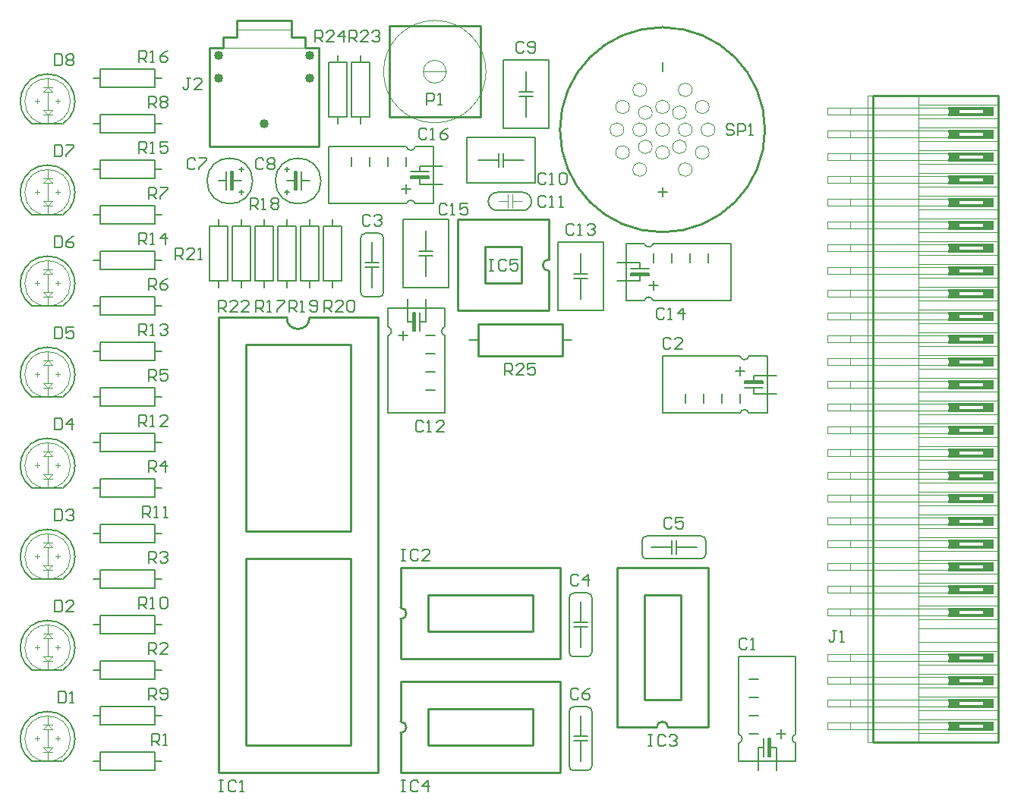
<source format=gbr>
*
%LPD*%
%LNTOPOVERLAY*%
%FSLAX25Y25*%
%MOIN*%
%AD*%
%AD*%
%ADD10C,0.005*%
%ADD11C,0.002*%
%ADD12C,0.008*%
%ADD13C,0.01*%
%ADD14C,0.004*%
%ADD15C,0.04*%
%ADD16R,0.01X0.08*%
%ADD17R,0.08X0.01*%
%ADD18R,0.05X0.04*%
%ADD19R,0.2X0.015*%
G54D10*
%SRX1Y1I0.0J0.0*%
G1X26710Y25052D2*
G75*
G3X13290Y25052I-6710J9949D1*
G1X26710Y65052D2*
G3X13290Y65052I-6710J9949D1*
G1X26710Y105052D2*
G3X13290Y105052I-6710J9949D1*
G1X26710Y145052D2*
G3X13290Y145052I-6710J9949D1*
G1X26710Y185052D2*
G3X13290Y185052I-6710J9949D1*
G1X26710Y225052D2*
G3X13290Y225052I-6710J9949D1*
G1X26710Y265052D2*
G3X13290Y265052I-6710J9949D1*
G1X26710Y305052D2*
G3X13290Y305052I-6710J9949D1*
G1X30000Y35000D2*
G54D11*
G3X30000Y35000I-10000J0D1*
G1X30000Y75000D2*
G3X30000Y75000I-10000J0D1*
G1X30000Y115000D2*
G3X30000Y115000I-10000J0D1*
G1X30000Y155000D2*
G3X30000Y155000I-10000J0D1*
G1X30000Y195000D2*
G3X30000Y195000I-10000J0D1*
G1X30000Y235000D2*
G3X30000Y235000I-10000J0D1*
G1X30000Y275000D2*
G3X30000Y275000I-10000J0D1*
G1X30000Y315000D2*
G3X30000Y315000I-10000J0D1*
G1X110000Y280000D2*
G54D12*
G3X110000Y280000I-10000J0D1*
G1X125000Y220000D2*
G54D13*
G3X135000Y220000I5000J0D1*
G1X140000Y280000D2*
G54D12*
G3X140000Y280000I-10000J0D1*
G1X157500Y231000D2*
G3X159500Y229000I2000J0D1*
G1X159500Y257000D2*
G3X157500Y255000I0J-2000D1*
G1X165500Y229000D2*
G3X167500Y231000I0J2000D1*
G1X167500Y255000D2*
G3X165500Y257000I-2000J0D1*
G1X169518Y212068D2*
G3X169518Y215932I-519J1932D1*
G1X175000Y37500D2*
G54D13*
G3X175000Y42500I0J2500D1*
G1X175000Y87500D2*
G3X175000Y92500I0J2500D1*
G1X177568Y294982D2*
G54D12*
G3X181432Y294982I1932J518D1*
G1X181432Y270018D2*
G3X177568Y270018I-1932J-519D1*
G1X194482Y215932D2*
G3X194482Y212068I518J-1932D1*
G1X195000Y328000D2*
G54D14*
G3X195000Y328000I-5000J0D1*
G1X212500Y328000D2*
G3X212500Y328000I-22500J0D1*
G1X213500Y271000D2*
G54D10*
G3X217500Y267000I4000J0D1*
G1X217500Y275000D2*
G3X213500Y271000I0J-4000D1*
G1X228500Y267000D2*
G3X232500Y271000I0J4000D1*
G1X232500Y271000D2*
G3X228500Y275000I-4000J0D1*
G1X240000Y245500D2*
G54D13*
G3X240000Y240500I0J-2500D1*
G1X249000Y23000D2*
G54D12*
G3X251000Y21000I2000J0D1*
G1X249000Y73000D2*
G3X251000Y71000I2000J0D1*
G1X251000Y49000D2*
G3X249000Y47000I0J-2000D1*
G1X251000Y99000D2*
G3X249000Y97000I0J-2000D1*
G1X257000Y21000D2*
G3X259000Y23000I0J2000D1*
G1X257000Y71000D2*
G3X259000Y73000I0J2000D1*
G1X259000Y47000D2*
G3X257000Y49000I-2000J0D1*
G1X259000Y97000D2*
G3X257000Y99000I-2000J0D1*
G1X273000Y302500D2*
G54D14*
G3X273000Y302500I-3000J0D1*
G1X275500Y292500D2*
G3X275500Y292500I-3000J0D1*
G1X275500Y312500D2*
G3X275500Y312500I-3000J0D1*
G1X281000Y116000D2*
G54D12*
G3X283000Y114000I2000J0D1*
G1X282068Y252482D2*
G3X285932Y252482I1932J518D1*
G1X283000Y124000D2*
G3X281000Y122000I0J-2000D1*
G1X283000Y285000D2*
G54D14*
G3X283000Y285000I-3000J0D1*
G1X283000Y302500D2*
G3X283000Y302500I-3000J0D1*
G1X283000Y320000D2*
G3X283000Y320000I-3000J0D1*
G1X285500Y295000D2*
G3X285500Y295000I-3000J0D1*
G1X285500Y310000D2*
G3X285500Y310000I-3000J0D1*
G1X285932Y227518D2*
G54D12*
G3X282068Y227518I-1932J-519D1*
G1X292500Y40000D2*
G54D13*
G3X287500Y40000I-2500J0D1*
G1X293000Y292500D2*
G54D14*
G3X293000Y292500I-3000J0D1*
G1X293000Y302500D2*
G3X293000Y302500I-3000J0D1*
G1X293000Y312500D2*
G3X293000Y312500I-3000J0D1*
G1X300500Y295000D2*
G3X300500Y295000I-3000J0D1*
G1X300500Y310000D2*
G3X300500Y310000I-3000J0D1*
G1X303000Y285000D2*
G3X303000Y285000I-3000J0D1*
G1X303000Y302500D2*
G3X303000Y302500I-3000J0D1*
G1X303000Y320000D2*
G3X303000Y320000I-3000J0D1*
G1X307000Y114000D2*
G54D12*
G3X309000Y116000I0J2000D1*
G1X309000Y122000D2*
G3X307000Y124000I-2000J0D1*
G1X310500Y292500D2*
G54D14*
G3X310500Y292500I-3000J0D1*
G1X310500Y312500D2*
G3X310500Y312500I-3000J0D1*
G1X313000Y302500D2*
G3X313000Y302500I-3000J0D1*
G1X323518Y33068D2*
G54D12*
G3X323518Y36932I-519J1932D1*
G1X324068Y202982D2*
G3X327932Y202982I1932J518D1*
G1X327932Y178018D2*
G3X324068Y178018I-1932J-519D1*
G1X335000Y302500D2*
G54D13*
G3X335000Y302500I-45000J0D1*
G1X348482Y36932D2*
G54D12*
G3X348482Y33068I518J-1932D1*
G1X13500Y25000D2*
G54D10*
G1X26500Y25000D1*
G1X13500Y65000D2*
G1X26500Y65000D1*
G1X13500Y105000D2*
G1X26500Y105000D1*
G1X13500Y145000D2*
G1X26500Y145000D1*
G1X13500Y185000D2*
G1X26500Y185000D1*
G1X13500Y225000D2*
G1X26500Y225000D1*
G1X13500Y265000D2*
G1X26500Y265000D1*
G1X13500Y305000D2*
G1X26500Y305000D1*
G1X15500Y36000D2*
G54D14*
G1X15500Y34001D1*
G1X15500Y76000D2*
G1X15500Y74001D1*
G1X15500Y116000D2*
G1X15500Y114001D1*
G1X15500Y156000D2*
G1X15500Y154001D1*
G1X15500Y196000D2*
G1X15500Y194001D1*
G1X15500Y236000D2*
G1X15500Y234001D1*
G1X15500Y276000D2*
G1X15500Y274001D1*
G1X15500Y316000D2*
G1X15500Y314001D1*
G1X16499Y35000D2*
G1X14500Y35000D1*
G1X16499Y75000D2*
G1X14500Y75000D1*
G1X16499Y115000D2*
G1X14500Y115000D1*
G1X16499Y155000D2*
G1X14500Y155000D1*
G1X16499Y195000D2*
G1X14500Y195000D1*
G1X16499Y235000D2*
G1X14500Y235000D1*
G1X16499Y275000D2*
G1X14500Y275000D1*
G1X16499Y315000D2*
G1X14500Y315000D1*
G1X18000Y29000D2*
G1X22000Y29000D1*
G1X18000Y31000D2*
G1X20000Y29000D1*
G1X18000Y31000D2*
G1X22000Y31000D1*
G1X18000Y39000D2*
G1X20000Y41000D1*
G1X18000Y39000D2*
G1X22000Y39000D1*
G1X18000Y41000D2*
G1X22000Y41000D1*
G1X18000Y69000D2*
G1X22000Y69000D1*
G1X18000Y71000D2*
G1X20000Y69000D1*
G1X18000Y71000D2*
G1X22000Y71000D1*
G1X18000Y79000D2*
G1X20000Y81000D1*
G1X18000Y79000D2*
G1X22000Y79000D1*
G1X18000Y81000D2*
G1X22000Y81000D1*
G1X18000Y109000D2*
G1X22000Y109000D1*
G1X18000Y111000D2*
G1X20000Y109000D1*
G1X18000Y111000D2*
G1X22000Y111000D1*
G1X18000Y119000D2*
G1X20000Y121000D1*
G1X18000Y119000D2*
G1X22000Y119000D1*
G1X18000Y121000D2*
G1X22000Y121000D1*
G1X18000Y149000D2*
G1X22000Y149000D1*
G1X18000Y151000D2*
G1X20000Y149000D1*
G1X18000Y151000D2*
G1X22000Y151000D1*
G1X18000Y159000D2*
G1X20000Y161000D1*
G1X18000Y159000D2*
G1X22000Y159000D1*
G1X18000Y161000D2*
G1X22000Y161000D1*
G1X18000Y189000D2*
G1X22000Y189000D1*
G1X18000Y191000D2*
G1X20000Y189000D1*
G1X18000Y191000D2*
G1X22000Y191000D1*
G1X18000Y199000D2*
G1X20000Y201000D1*
G1X18000Y199000D2*
G1X22000Y199000D1*
G1X18000Y201000D2*
G1X22000Y201000D1*
G1X18000Y229000D2*
G1X22000Y229000D1*
G1X18000Y231000D2*
G1X20000Y229000D1*
G1X18000Y231000D2*
G1X22000Y231000D1*
G1X18000Y239000D2*
G1X20000Y241000D1*
G1X18000Y239000D2*
G1X22000Y239000D1*
G1X18000Y241000D2*
G1X22000Y241000D1*
G1X18000Y269000D2*
G1X22000Y269000D1*
G1X18000Y271000D2*
G1X20000Y269000D1*
G1X18000Y271000D2*
G1X22000Y271000D1*
G1X18000Y279000D2*
G1X20000Y281000D1*
G1X18000Y279000D2*
G1X22000Y279000D1*
G1X18000Y281000D2*
G1X22000Y281000D1*
G1X18000Y309000D2*
G1X22000Y309000D1*
G1X18000Y311000D2*
G1X20000Y309000D1*
G1X18000Y311000D2*
G1X22000Y311000D1*
G1X18000Y319000D2*
G1X20000Y321000D1*
G1X18000Y319000D2*
G1X22000Y319000D1*
G1X18000Y321000D2*
G1X22000Y321000D1*
G1X20000Y25000D2*
G1X20000Y29000D1*
G1X20000Y29000D2*
G1X22000Y31000D1*
G1X20000Y31000D2*
G1X20000Y39000D1*
G1X20000Y41000D2*
G1X20000Y45000D1*
G1X20000Y41000D2*
G1X22000Y39000D1*
G1X20000Y65000D2*
G1X20000Y69000D1*
G1X20000Y69000D2*
G1X22000Y71000D1*
G1X20000Y71000D2*
G1X20000Y79000D1*
G1X20000Y81000D2*
G1X20000Y85000D1*
G1X20000Y81000D2*
G1X22000Y79000D1*
G1X20000Y105000D2*
G1X20000Y109000D1*
G1X20000Y109000D2*
G1X22000Y111000D1*
G1X20000Y111000D2*
G1X20000Y119000D1*
G1X20000Y121000D2*
G1X20000Y125000D1*
G1X20000Y121000D2*
G1X22000Y119000D1*
G1X20000Y145000D2*
G1X20000Y149000D1*
G1X20000Y149000D2*
G1X22000Y151000D1*
G1X20000Y151000D2*
G1X20000Y159000D1*
G1X20000Y161000D2*
G1X20000Y165000D1*
G1X20000Y161000D2*
G1X22000Y159000D1*
G1X20000Y185000D2*
G1X20000Y189000D1*
G1X20000Y189000D2*
G1X22000Y191000D1*
G1X20000Y191000D2*
G1X20000Y199000D1*
G1X20000Y201000D2*
G1X20000Y205000D1*
G1X20000Y201000D2*
G1X22000Y199000D1*
G1X20000Y225000D2*
G1X20000Y229000D1*
G1X20000Y229000D2*
G1X22000Y231000D1*
G1X20000Y231000D2*
G1X20000Y239000D1*
G1X20000Y241000D2*
G1X20000Y245000D1*
G1X20000Y241000D2*
G1X22000Y239000D1*
G1X20000Y265000D2*
G1X20000Y269000D1*
G1X20000Y269000D2*
G1X22000Y271000D1*
G1X20000Y271000D2*
G1X20000Y279000D1*
G1X20000Y281000D2*
G1X20000Y285000D1*
G1X20000Y281000D2*
G1X22000Y279000D1*
G1X20000Y305000D2*
G1X20000Y309000D1*
G1X20000Y309000D2*
G1X22000Y311000D1*
G1X20000Y311000D2*
G1X20000Y319000D1*
G1X20000Y321000D2*
G1X20000Y325000D1*
G1X20000Y321000D2*
G1X22000Y319000D1*
G1X23100Y90700D2*
G54D12*
G1X25599Y90700D1*
G1X23100Y95698D2*
G1X23100Y90700D1*
G1X23100Y130700D2*
G1X25599Y130700D1*
G1X23100Y135698D2*
G1X23100Y130700D1*
G1X23100Y170700D2*
G1X25599Y170700D1*
G1X23100Y175698D2*
G1X23100Y170700D1*
G1X23100Y210700D2*
G1X25599Y210700D1*
G1X23100Y215698D2*
G1X23100Y210700D1*
G1X23100Y250700D2*
G1X25599Y250700D1*
G1X23100Y255698D2*
G1X23100Y250700D1*
G1X23100Y290700D2*
G1X25599Y290700D1*
G1X23100Y295698D2*
G1X23100Y290700D1*
G1X23100Y330700D2*
G1X25599Y330700D1*
G1X23100Y335698D2*
G1X23100Y330700D1*
G1X24500Y36000D2*
G54D14*
G1X24500Y34001D1*
G1X24500Y76000D2*
G1X24500Y74001D1*
G1X24500Y116000D2*
G1X24500Y114001D1*
G1X24500Y156000D2*
G1X24500Y154001D1*
G1X24500Y196000D2*
G1X24500Y194001D1*
G1X24500Y236000D2*
G1X24500Y234001D1*
G1X24500Y276000D2*
G1X24500Y274001D1*
G1X24500Y316000D2*
G1X24500Y314001D1*
G1X24800Y50700D2*
G54D12*
G1X27299Y50700D1*
G1X24800Y55698D2*
G1X24800Y50700D1*
G1X25499Y35000D2*
G54D14*
G1X23500Y35000D1*
G1X25499Y75000D2*
G1X23500Y75000D1*
G1X25499Y115000D2*
G1X23500Y115000D1*
G1X25499Y155000D2*
G1X23500Y155000D1*
G1X25499Y195000D2*
G1X23500Y195000D1*
G1X25499Y235000D2*
G1X23500Y235000D1*
G1X25499Y275000D2*
G1X23500Y275000D1*
G1X25499Y315000D2*
G1X23500Y315000D1*
G1X25599Y90700D2*
G54D12*
G1X26432Y91533D1*
G1X25599Y95698D2*
G1X23100Y95698D1*
G1X25599Y130700D2*
G1X26432Y131533D1*
G1X25599Y135698D2*
G1X23100Y135698D1*
G1X25599Y170700D2*
G1X26432Y171533D1*
G1X25599Y175698D2*
G1X23100Y175698D1*
G1X25599Y210700D2*
G1X26432Y211533D1*
G1X25599Y215698D2*
G1X23100Y215698D1*
G1X25599Y250700D2*
G1X26432Y251533D1*
G1X25599Y255698D2*
G1X23100Y255698D1*
G1X25599Y290700D2*
G1X26432Y291533D1*
G1X25599Y295698D2*
G1X23100Y295698D1*
G1X25599Y330700D2*
G1X26432Y331533D1*
G1X25599Y335698D2*
G1X23100Y335698D1*
G1X26432Y91533D2*
G1X26432Y94865D1*
G1X26432Y94865D2*
G1X25599Y95698D1*
G1X26432Y131533D2*
G1X26432Y134865D1*
G1X26432Y134865D2*
G1X25599Y135698D1*
G1X26432Y171533D2*
G1X26432Y174865D1*
G1X26432Y174865D2*
G1X25599Y175698D1*
G1X26432Y211533D2*
G1X26432Y214865D1*
G1X26432Y214865D2*
G1X25599Y215698D1*
G1X26432Y251533D2*
G1X26432Y254865D1*
G1X26432Y254865D2*
G1X25599Y255698D1*
G1X26432Y291533D2*
G1X26432Y294865D1*
G1X26432Y294865D2*
G1X25599Y295698D1*
G1X26432Y331533D2*
G1X26432Y334865D1*
G1X26432Y334865D2*
G1X25599Y335698D1*
G1X27299Y50700D2*
G1X28132Y51533D1*
G1X27299Y55698D2*
G1X24800Y55698D1*
G1X28098Y90700D2*
G1X31431Y94032D1*
G1X28098Y134865D2*
G1X28931Y135698D1*
G1X28098Y173199D2*
G1X31431Y173199D1*
G1X28098Y213199D2*
G1X29765Y214032D1*
G1X28098Y215698D2*
G1X28098Y213199D1*
G1X28098Y251533D2*
G1X28931Y250700D1*
G1X28098Y253199D2*
G1X28098Y251533D1*
G1X28098Y291533D2*
G1X28098Y290700D1*
G1X28098Y295698D2*
G1X31431Y295698D1*
G1X28098Y331533D2*
G1X28098Y332366D1*
G1X28098Y332366D2*
G1X28931Y333199D1*
G1X28098Y334032D2*
G1X28098Y334865D1*
G1X28098Y334865D2*
G1X28931Y335698D1*
G1X28132Y51533D2*
G1X28132Y54865D1*
G1X28132Y54865D2*
G1X27299Y55698D1*
G1X28931Y95698D2*
G1X28098Y94865D1*
G1X28931Y130700D2*
G1X28098Y131533D1*
G1X28931Y135698D2*
G1X30598Y135698D1*
G1X28931Y210700D2*
G1X28098Y211533D1*
G1X28931Y250700D2*
G1X30598Y250700D1*
G1X28931Y330700D2*
G1X28098Y331533D1*
G1X28931Y333199D2*
G1X28098Y334032D1*
G1X28931Y333199D2*
G1X30598Y333199D1*
G1X28931Y335698D2*
G1X30598Y335698D1*
G1X29765Y133199D2*
G1X30598Y133199D1*
G1X29765Y214032D2*
G1X30598Y214032D1*
G1X29765Y254865D2*
G1X28098Y253199D1*
G1X29798Y50700D2*
G1X31465Y50700D1*
G1X30598Y95698D2*
G1X28931Y95698D1*
G1X30598Y130700D2*
G1X28931Y130700D1*
G1X30598Y133199D2*
G1X29765Y133199D1*
G1X30598Y133199D2*
G1X31431Y132366D1*
G1X30598Y135698D2*
G1X31431Y134865D1*
G1X30598Y170700D2*
G1X30598Y175698D1*
G1X30598Y175698D2*
G1X28098Y173199D1*
G1X30598Y210700D2*
G1X28931Y210700D1*
G1X30598Y214032D2*
G1X31431Y213199D1*
G1X30598Y250700D2*
G1X31431Y251533D1*
G1X30598Y253199D2*
G1X28098Y253199D1*
G1X30598Y330700D2*
G1X28931Y330700D1*
G1X30598Y333199D2*
G1X31431Y332366D1*
G1X30598Y335698D2*
G1X31431Y334865D1*
G1X30631Y50700D2*
G1X30631Y55698D1*
G1X30631Y55698D2*
G1X29798Y54865D1*
G1X31431Y90700D2*
G1X28098Y90700D1*
G1X31431Y94032D2*
G1X31431Y94865D1*
G1X31431Y94865D2*
G1X30598Y95698D1*
G1X31431Y131533D2*
G1X30598Y130700D1*
G1X31431Y132366D2*
G1X31431Y131533D1*
G1X31431Y134032D2*
G1X30598Y133199D1*
G1X31431Y134865D2*
G1X31431Y134032D1*
G1X31431Y211533D2*
G1X30598Y210700D1*
G1X31431Y213199D2*
G1X31431Y211533D1*
G1X31431Y215698D2*
G1X28098Y215698D1*
G1X31431Y251533D2*
G1X31431Y252366D1*
G1X31431Y252366D2*
G1X30598Y253199D1*
G1X31431Y255698D2*
G1X29765Y254865D1*
G1X31431Y294865D2*
G1X28098Y291533D1*
G1X31431Y295698D2*
G1X31431Y294865D1*
G1X31431Y331533D2*
G1X30598Y330700D1*
G1X31431Y332366D2*
G1X31431Y331533D1*
G1X31431Y334032D2*
G1X30598Y333199D1*
G1X31431Y334865D2*
G1X31431Y334032D1*
G1X31465Y50700D2*
G1X30631Y50700D1*
G1X40000Y25000D2*
G1X43000Y25000D1*
G1X40000Y45000D2*
G1X43000Y45000D1*
G1X40000Y65000D2*
G1X43000Y65000D1*
G1X40000Y85000D2*
G1X43000Y85000D1*
G1X40000Y105000D2*
G1X43000Y105000D1*
G1X40000Y125000D2*
G1X43000Y125000D1*
G1X40000Y145000D2*
G1X43000Y145000D1*
G1X40000Y165000D2*
G1X43000Y165000D1*
G1X40000Y185000D2*
G1X43000Y185000D1*
G1X40000Y205000D2*
G1X43000Y205000D1*
G1X40000Y225000D2*
G1X43000Y225000D1*
G1X40000Y245000D2*
G1X43000Y245000D1*
G1X40000Y265000D2*
G1X43000Y265000D1*
G1X40000Y285000D2*
G1X43000Y285000D1*
G1X40000Y305000D2*
G1X43000Y305000D1*
G1X40000Y325000D2*
G1X43000Y325000D1*
G1X43000Y21000D2*
G1X43000Y29000D1*
G1X43000Y21000D2*
G1X67000Y21000D1*
G1X43000Y29000D2*
G1X67000Y29000D1*
G1X43000Y41000D2*
G1X43000Y49000D1*
G1X43000Y41000D2*
G1X67000Y41000D1*
G1X43000Y49000D2*
G1X67000Y49000D1*
G1X43000Y61000D2*
G1X43000Y69000D1*
G1X43000Y61000D2*
G1X67000Y61000D1*
G1X43000Y69000D2*
G1X67000Y69000D1*
G1X43000Y81000D2*
G1X43000Y89000D1*
G1X43000Y81000D2*
G1X67000Y81000D1*
G1X43000Y89000D2*
G1X67000Y89000D1*
G1X43000Y101000D2*
G1X43000Y109000D1*
G1X43000Y101000D2*
G1X67000Y101000D1*
G1X43000Y109000D2*
G1X67000Y109000D1*
G1X43000Y121000D2*
G1X43000Y129000D1*
G1X43000Y121000D2*
G1X67000Y121000D1*
G1X43000Y129000D2*
G1X67000Y129000D1*
G1X43000Y141000D2*
G1X43000Y149000D1*
G1X43000Y141000D2*
G1X67000Y141000D1*
G1X43000Y149000D2*
G1X67000Y149000D1*
G1X43000Y161000D2*
G1X43000Y169000D1*
G1X43000Y161000D2*
G1X67000Y161000D1*
G1X43000Y169000D2*
G1X67000Y169000D1*
G1X43000Y181000D2*
G1X43000Y189000D1*
G1X43000Y181000D2*
G1X67000Y181000D1*
G1X43000Y189000D2*
G1X67000Y189000D1*
G1X43000Y201000D2*
G1X43000Y209000D1*
G1X43000Y201000D2*
G1X67000Y201000D1*
G1X43000Y209000D2*
G1X67000Y209000D1*
G1X43000Y221000D2*
G1X43000Y229000D1*
G1X43000Y221000D2*
G1X67000Y221000D1*
G1X43000Y229000D2*
G1X67000Y229000D1*
G1X43000Y241000D2*
G1X43000Y249000D1*
G1X43000Y241000D2*
G1X67000Y241000D1*
G1X43000Y249000D2*
G1X67000Y249000D1*
G1X43000Y261000D2*
G1X43000Y269000D1*
G1X43000Y261000D2*
G1X67000Y261000D1*
G1X43000Y269000D2*
G1X67000Y269000D1*
G1X43000Y281000D2*
G1X43000Y289000D1*
G1X43000Y281000D2*
G1X67000Y281000D1*
G1X43000Y289000D2*
G1X67000Y289000D1*
G1X43000Y301000D2*
G1X43000Y309000D1*
G1X43000Y301000D2*
G1X67000Y301000D1*
G1X43000Y309000D2*
G1X67000Y309000D1*
G1X43000Y321000D2*
G1X43000Y329000D1*
G1X43000Y321000D2*
G1X67000Y321000D1*
G1X43000Y329000D2*
G1X67000Y329000D1*
G1X60100Y92200D2*
G1X60100Y97198D1*
G1X60100Y97198D2*
G1X62599Y97198D1*
G1X60100Y172200D2*
G1X60100Y177198D1*
G1X60100Y177198D2*
G1X62599Y177198D1*
G1X60100Y212200D2*
G1X60100Y217198D1*
G1X60100Y217198D2*
G1X62599Y217198D1*
G1X60100Y252200D2*
G1X60100Y257198D1*
G1X60100Y257198D2*
G1X62599Y257198D1*
G1X60100Y292200D2*
G1X60100Y297198D1*
G1X60100Y297198D2*
G1X62599Y297198D1*
G1X60100Y332200D2*
G1X60100Y337198D1*
G1X60100Y337198D2*
G1X62599Y337198D1*
G1X61766Y93866D2*
G1X63432Y92200D1*
G1X61766Y173866D2*
G1X63432Y172200D1*
G1X61766Y213866D2*
G1X63432Y212200D1*
G1X61766Y253866D2*
G1X63432Y252200D1*
G1X61766Y293866D2*
G1X63432Y292200D1*
G1X61766Y333866D2*
G1X63432Y332200D1*
G1X61800Y132200D2*
G1X61800Y137198D1*
G1X61800Y137198D2*
G1X64299Y137198D1*
G1X62599Y93866D2*
G1X60100Y93866D1*
G1X62599Y97198D2*
G1X63432Y96365D1*
G1X62599Y173866D2*
G1X60100Y173866D1*
G1X62599Y177198D2*
G1X63432Y176365D1*
G1X62599Y213866D2*
G1X60100Y213866D1*
G1X62599Y217198D2*
G1X63432Y216365D1*
G1X62599Y253866D2*
G1X60100Y253866D1*
G1X62599Y257198D2*
G1X63432Y256365D1*
G1X62599Y293866D2*
G1X60100Y293866D1*
G1X62599Y297198D2*
G1X63432Y296365D1*
G1X62599Y333866D2*
G1X60100Y333866D1*
G1X62599Y337198D2*
G1X63432Y336365D1*
G1X63432Y94699D2*
G1X62599Y93866D1*
G1X63432Y96365D2*
G1X63432Y94699D1*
G1X63432Y174699D2*
G1X62599Y173866D1*
G1X63432Y176365D2*
G1X63432Y174699D1*
G1X63432Y214699D2*
G1X62599Y213866D1*
G1X63432Y216365D2*
G1X63432Y214699D1*
G1X63432Y254699D2*
G1X62599Y253866D1*
G1X63432Y256365D2*
G1X63432Y254699D1*
G1X63432Y294699D2*
G1X62599Y293866D1*
G1X63432Y296365D2*
G1X63432Y294699D1*
G1X63432Y334699D2*
G1X62599Y333866D1*
G1X63432Y336365D2*
G1X63432Y334699D1*
G1X63466Y133866D2*
G1X65132Y132200D1*
G1X64299Y133866D2*
G1X61800Y133866D1*
G1X64299Y137198D2*
G1X65132Y136365D1*
G1X64300Y52200D2*
G1X64300Y57198D1*
G1X64300Y57198D2*
G1X66799Y57198D1*
G1X64300Y72200D2*
G1X64300Y77198D1*
G1X64300Y77198D2*
G1X66799Y77198D1*
G1X64300Y112200D2*
G1X64300Y117198D1*
G1X64300Y117198D2*
G1X66799Y117198D1*
G1X64300Y152200D2*
G1X64300Y157198D1*
G1X64300Y157198D2*
G1X66799Y157198D1*
G1X64300Y192200D2*
G1X64300Y197198D1*
G1X64300Y197198D2*
G1X66799Y197198D1*
G1X64300Y232200D2*
G1X64300Y237198D1*
G1X64300Y237198D2*
G1X66799Y237198D1*
G1X64300Y272200D2*
G1X64300Y277198D1*
G1X64300Y277198D2*
G1X66799Y277198D1*
G1X64300Y312200D2*
G1X64300Y317198D1*
G1X64300Y317198D2*
G1X66799Y317198D1*
G1X65098Y92200D2*
G1X66765Y92200D1*
G1X65098Y172200D2*
G1X66765Y172200D1*
G1X65098Y212200D2*
G1X66765Y212200D1*
G1X65098Y252200D2*
G1X66765Y252200D1*
G1X65098Y292200D2*
G1X66765Y292200D1*
G1X65098Y332200D2*
G1X66765Y332200D1*
G1X65132Y134699D2*
G1X64299Y133866D1*
G1X65132Y136365D2*
G1X65132Y134699D1*
G1X65900Y32200D2*
G1X65900Y37198D1*
G1X65900Y37198D2*
G1X68399Y37198D1*
G1X65931Y92200D2*
G1X65931Y97198D1*
G1X65931Y97198D2*
G1X65098Y96365D1*
G1X65931Y172200D2*
G1X65931Y177198D1*
G1X65931Y177198D2*
G1X65098Y176365D1*
G1X65931Y212200D2*
G1X65931Y217198D1*
G1X65931Y217198D2*
G1X65098Y216365D1*
G1X65931Y252200D2*
G1X65931Y257198D1*
G1X65931Y257198D2*
G1X65098Y256365D1*
G1X65931Y292200D2*
G1X65931Y297198D1*
G1X65931Y297198D2*
G1X65098Y296365D1*
G1X65931Y332200D2*
G1X65931Y337198D1*
G1X65931Y337198D2*
G1X65098Y336365D1*
G1X65966Y53866D2*
G1X67632Y52200D1*
G1X65966Y73866D2*
G1X67632Y72200D1*
G1X65966Y113866D2*
G1X67632Y112200D1*
G1X65966Y153866D2*
G1X67632Y152200D1*
G1X65966Y193866D2*
G1X67632Y192200D1*
G1X65966Y233866D2*
G1X67632Y232200D1*
G1X65966Y273866D2*
G1X67632Y272200D1*
G1X65966Y313866D2*
G1X67632Y312200D1*
G1X66765Y92200D2*
G1X65931Y92200D1*
G1X66765Y172200D2*
G1X65931Y172200D1*
G1X66765Y212200D2*
G1X65931Y212200D1*
G1X66765Y252200D2*
G1X65931Y252200D1*
G1X66765Y292200D2*
G1X65931Y292200D1*
G1X66765Y332200D2*
G1X65931Y332200D1*
G1X66798Y132200D2*
G1X68465Y132200D1*
G1X66799Y53866D2*
G1X64300Y53866D1*
G1X66799Y57198D2*
G1X67632Y56365D1*
G1X66799Y73866D2*
G1X64300Y73866D1*
G1X66799Y77198D2*
G1X67632Y76365D1*
G1X66799Y113866D2*
G1X64300Y113866D1*
G1X66799Y117198D2*
G1X67632Y116365D1*
G1X66799Y153866D2*
G1X64300Y153866D1*
G1X66799Y157198D2*
G1X67632Y156365D1*
G1X66799Y193866D2*
G1X64300Y193866D1*
G1X66799Y197198D2*
G1X67632Y196365D1*
G1X66799Y233866D2*
G1X64300Y233866D1*
G1X66799Y237198D2*
G1X67632Y236365D1*
G1X66799Y273866D2*
G1X64300Y273866D1*
G1X66799Y277198D2*
G1X67632Y276365D1*
G1X66799Y313866D2*
G1X64300Y313866D1*
G1X66799Y317198D2*
G1X67632Y316365D1*
G1X67000Y21000D2*
G1X67000Y29000D1*
G1X67000Y25000D2*
G1X70000Y25000D1*
G1X67000Y41000D2*
G1X67000Y49000D1*
G1X67000Y45000D2*
G1X70000Y45000D1*
G1X67000Y61000D2*
G1X67000Y69000D1*
G1X67000Y65000D2*
G1X70000Y65000D1*
G1X67000Y81000D2*
G1X67000Y89000D1*
G1X67000Y85000D2*
G1X70000Y85000D1*
G1X67000Y101000D2*
G1X67000Y109000D1*
G1X67000Y105000D2*
G1X70000Y105000D1*
G1X67000Y121000D2*
G1X67000Y129000D1*
G1X67000Y125000D2*
G1X70000Y125000D1*
G1X67000Y141000D2*
G1X67000Y149000D1*
G1X67000Y145000D2*
G1X70000Y145000D1*
G1X67000Y161000D2*
G1X67000Y169000D1*
G1X67000Y165000D2*
G1X70000Y165000D1*
G1X67000Y181000D2*
G1X67000Y189000D1*
G1X67000Y185000D2*
G1X70000Y185000D1*
G1X67000Y201000D2*
G1X67000Y209000D1*
G1X67000Y205000D2*
G1X70000Y205000D1*
G1X67000Y221000D2*
G1X67000Y229000D1*
G1X67000Y225000D2*
G1X70000Y225000D1*
G1X67000Y241000D2*
G1X67000Y249000D1*
G1X67000Y245000D2*
G1X70000Y245000D1*
G1X67000Y261000D2*
G1X67000Y269000D1*
G1X67000Y265000D2*
G1X70000Y265000D1*
G1X67000Y281000D2*
G1X67000Y289000D1*
G1X67000Y285000D2*
G1X70000Y285000D1*
G1X67000Y301000D2*
G1X67000Y309000D1*
G1X67000Y305000D2*
G1X70000Y305000D1*
G1X67000Y321000D2*
G1X67000Y329000D1*
G1X67000Y325000D2*
G1X70000Y325000D1*
G1X67566Y33866D2*
G1X69232Y32200D1*
G1X67631Y132200D2*
G1X67631Y137198D1*
G1X67631Y137198D2*
G1X66798Y136365D1*
G1X67632Y54699D2*
G1X66799Y53866D1*
G1X67632Y56365D2*
G1X67632Y54699D1*
G1X67632Y74699D2*
G1X66799Y73866D1*
G1X67632Y76365D2*
G1X67632Y74699D1*
G1X67632Y114699D2*
G1X66799Y113866D1*
G1X67632Y116365D2*
G1X67632Y114699D1*
G1X67632Y154699D2*
G1X66799Y153866D1*
G1X67632Y156365D2*
G1X67632Y154699D1*
G1X67632Y194699D2*
G1X66799Y193866D1*
G1X67632Y196365D2*
G1X67632Y194699D1*
G1X67632Y234699D2*
G1X66799Y233866D1*
G1X67632Y236365D2*
G1X67632Y234699D1*
G1X67632Y274699D2*
G1X66799Y273866D1*
G1X67632Y276365D2*
G1X67632Y274699D1*
G1X67632Y314699D2*
G1X66799Y313866D1*
G1X67632Y316365D2*
G1X67632Y314699D1*
G1X68399Y33866D2*
G1X65900Y33866D1*
G1X68399Y37198D2*
G1X69232Y36365D1*
G1X68465Y132200D2*
G1X67631Y132200D1*
G1X69232Y34699D2*
G1X68399Y33866D1*
G1X69232Y36365D2*
G1X69232Y34699D1*
G1X69264Y93033D2*
G1X69264Y96365D1*
G1X69264Y96365D2*
G1X70097Y97198D1*
G1X69264Y172200D2*
G1X72596Y175532D1*
G1X69264Y216365D2*
G1X70097Y217198D1*
G1X69264Y254699D2*
G1X72596Y254699D1*
G1X69264Y294699D2*
G1X70930Y295532D1*
G1X69264Y297198D2*
G1X69264Y294699D1*
G1X69264Y333033D2*
G1X70097Y332200D1*
G1X69264Y334699D2*
G1X69264Y333033D1*
G1X69298Y53033D2*
G1X70131Y52200D1*
G1X69298Y55532D2*
G1X70131Y54699D1*
G1X69298Y56365D2*
G1X69298Y55532D1*
G1X69298Y72200D2*
G1X72631Y75532D1*
G1X69298Y116365D2*
G1X70131Y117198D1*
G1X69298Y154699D2*
G1X72631Y154699D1*
G1X69298Y194699D2*
G1X70965Y195532D1*
G1X69298Y197198D2*
G1X69298Y194699D1*
G1X69298Y233033D2*
G1X70131Y232200D1*
G1X69298Y234699D2*
G1X69298Y233033D1*
G1X69298Y273033D2*
G1X69298Y272200D1*
G1X69298Y277198D2*
G1X72631Y277198D1*
G1X69298Y313033D2*
G1X69298Y313866D1*
G1X69298Y313866D2*
G1X70131Y314699D1*
G1X69298Y315532D2*
G1X69298Y316365D1*
G1X69298Y316365D2*
G1X70131Y317198D1*
G1X70097Y92200D2*
G1X69264Y93033D1*
G1X70097Y97198D2*
G1X71763Y97198D1*
G1X70097Y177198D2*
G1X69264Y176365D1*
G1X70097Y212200D2*
G1X69264Y213033D1*
G1X70097Y217198D2*
G1X71763Y217198D1*
G1X70097Y292200D2*
G1X69264Y293033D1*
G1X70097Y332200D2*
G1X71763Y332200D1*
G1X70131Y52200D2*
G1X71798Y52200D1*
G1X70131Y54699D2*
G1X72631Y54699D1*
G1X70131Y57198D2*
G1X69298Y56365D1*
G1X70131Y77198D2*
G1X69298Y76365D1*
G1X70131Y112200D2*
G1X69298Y113033D1*
G1X70131Y117198D2*
G1X71798Y117198D1*
G1X70131Y192200D2*
G1X69298Y193033D1*
G1X70131Y232200D2*
G1X71798Y232200D1*
G1X70131Y312200D2*
G1X69298Y313033D1*
G1X70131Y314699D2*
G1X69298Y315532D1*
G1X70131Y314699D2*
G1X71798Y314699D1*
G1X70131Y317198D2*
G1X71798Y317198D1*
G1X70898Y32200D2*
G1X72565Y32200D1*
G1X70930Y214699D2*
G1X71763Y214699D1*
G1X70930Y295532D2*
G1X71763Y295532D1*
G1X70930Y336365D2*
G1X69264Y334699D1*
G1X70964Y132200D2*
G1X72630Y132200D1*
G1X70965Y114699D2*
G1X71798Y114699D1*
G1X70965Y195532D2*
G1X71798Y195532D1*
G1X70965Y236365D2*
G1X69298Y234699D1*
G1X71731Y32200D2*
G1X71731Y37198D1*
G1X71731Y37198D2*
G1X70898Y36365D1*
G1X71763Y92200D2*
G1X70097Y92200D1*
G1X71763Y97198D2*
G1X72596Y96365D1*
G1X71763Y177198D2*
G1X70097Y177198D1*
G1X71763Y212200D2*
G1X70097Y212200D1*
G1X71763Y214699D2*
G1X70930Y214699D1*
G1X71763Y214699D2*
G1X72596Y213866D1*
G1X71763Y217198D2*
G1X72596Y216365D1*
G1X71763Y252200D2*
G1X71763Y257198D1*
G1X71763Y257198D2*
G1X69264Y254699D1*
G1X71763Y292200D2*
G1X70097Y292200D1*
G1X71763Y295532D2*
G1X72596Y294699D1*
G1X71763Y332200D2*
G1X72596Y333033D1*
G1X71763Y334699D2*
G1X69264Y334699D1*
G1X71797Y132200D2*
G1X71797Y137198D1*
G1X71797Y137198D2*
G1X70964Y136365D1*
G1X71798Y52200D2*
G1X72631Y53033D1*
G1X71798Y57198D2*
G1X70131Y57198D1*
G1X71798Y77198D2*
G1X70131Y77198D1*
G1X71798Y112200D2*
G1X70131Y112200D1*
G1X71798Y114699D2*
G1X70965Y114699D1*
G1X71798Y114699D2*
G1X72631Y113866D1*
G1X71798Y117198D2*
G1X72631Y116365D1*
G1X71798Y152200D2*
G1X71798Y157198D1*
G1X71798Y157198D2*
G1X69298Y154699D1*
G1X71798Y192200D2*
G1X70131Y192200D1*
G1X71798Y195532D2*
G1X72631Y194699D1*
G1X71798Y232200D2*
G1X72631Y233033D1*
G1X71798Y234699D2*
G1X69298Y234699D1*
G1X71798Y312200D2*
G1X70131Y312200D1*
G1X71798Y314699D2*
G1X72631Y313866D1*
G1X71798Y317198D2*
G1X72631Y316365D1*
G1X72565Y32200D2*
G1X71731Y32200D1*
G1X72596Y93033D2*
G1X71763Y92200D1*
G1X72596Y96365D2*
G1X72596Y93033D1*
G1X72596Y172200D2*
G1X69264Y172200D1*
G1X72596Y175532D2*
G1X72596Y176365D1*
G1X72596Y176365D2*
G1X71763Y177198D1*
G1X72596Y213033D2*
G1X71763Y212200D1*
G1X72596Y213866D2*
G1X72596Y213033D1*
G1X72596Y215532D2*
G1X71763Y214699D1*
G1X72596Y216365D2*
G1X72596Y215532D1*
G1X72596Y293033D2*
G1X71763Y292200D1*
G1X72596Y294699D2*
G1X72596Y293033D1*
G1X72596Y297198D2*
G1X69264Y297198D1*
G1X72596Y333033D2*
G1X72596Y333866D1*
G1X72596Y333866D2*
G1X71763Y334699D1*
G1X72596Y337198D2*
G1X70930Y336365D1*
G1X72630Y132200D2*
G1X71797Y132200D1*
G1X72631Y53033D2*
G1X72631Y56365D1*
G1X72631Y56365D2*
G1X71798Y57198D1*
G1X72631Y72200D2*
G1X69298Y72200D1*
G1X72631Y75532D2*
G1X72631Y76365D1*
G1X72631Y76365D2*
G1X71798Y77198D1*
G1X72631Y113033D2*
G1X71798Y112200D1*
G1X72631Y113866D2*
G1X72631Y113033D1*
G1X72631Y115532D2*
G1X71798Y114699D1*
G1X72631Y116365D2*
G1X72631Y115532D1*
G1X72631Y193033D2*
G1X71798Y192200D1*
G1X72631Y194699D2*
G1X72631Y193033D1*
G1X72631Y197198D2*
G1X69298Y197198D1*
G1X72631Y233033D2*
G1X72631Y233866D1*
G1X72631Y233866D2*
G1X71798Y234699D1*
G1X72631Y237198D2*
G1X70965Y236365D1*
G1X72631Y276365D2*
G1X69298Y273033D1*
G1X72631Y277198D2*
G1X72631Y276365D1*
G1X72631Y313033D2*
G1X71798Y312200D1*
G1X72631Y313866D2*
G1X72631Y313033D1*
G1X72631Y315532D2*
G1X71798Y314699D1*
G1X72631Y316365D2*
G1X72631Y315532D1*
G1X76100Y245500D2*
G1X76100Y250498D1*
G1X76100Y250498D2*
G1X78599Y250498D1*
G1X77766Y247166D2*
G1X79432Y245500D1*
G1X78599Y247166D2*
G1X76100Y247166D1*
G1X78599Y250498D2*
G1X79432Y249665D1*
G1X79432Y247999D2*
G1X78599Y247166D1*
G1X79432Y249665D2*
G1X79432Y247999D1*
G1X80233Y320300D2*
G1X79400Y321133D1*
G1X81066Y320300D2*
G1X80233Y320300D1*
G1X81066Y325298D2*
G1X81899Y325298D1*
G1X81098Y245500D2*
G1X84431Y248832D1*
G1X81500Y285833D2*
G1X82333Y285000D1*
G1X81500Y289165D2*
G1X81500Y285833D1*
G1X81899Y321133D2*
G1X81066Y320300D1*
G1X81899Y325298D2*
G1X81899Y321133D1*
G1X81931Y250498D2*
G1X81098Y249665D1*
G1X82333Y285000D2*
G1X83999Y285000D1*
G1X82333Y289998D2*
G1X81500Y289165D1*
G1X82732Y325298D2*
G1X81066Y325298D1*
G1X83598Y250498D2*
G1X81931Y250498D1*
G1X83999Y285000D2*
G1X84832Y285833D1*
G1X83999Y289998D2*
G1X82333Y289998D1*
G1X84398Y320300D2*
G1X87731Y323632D1*
G1X84431Y245500D2*
G1X81098Y245500D1*
G1X84431Y248832D2*
G1X84431Y249665D1*
G1X84431Y249665D2*
G1X83598Y250498D1*
G1X84832Y289165D2*
G1X83999Y289998D1*
G1X85231Y325298D2*
G1X84398Y324465D1*
G1X86097Y245500D2*
G1X87763Y245500D1*
G1X86498Y285833D2*
G1X86498Y285000D1*
G1X86498Y289998D2*
G1X89831Y289998D1*
G1X86898Y325298D2*
G1X85231Y325298D1*
G1X86930Y245500D2*
G1X86930Y250498D1*
G1X86930Y250498D2*
G1X86097Y249665D1*
G1X87731Y320300D2*
G1X84398Y320300D1*
G1X87731Y323632D2*
G1X87731Y324465D1*
G1X87731Y324465D2*
G1X86898Y325298D1*
G1X87763Y245500D2*
G1X86930Y245500D1*
G1X89831Y289165D2*
G1X86498Y285833D1*
G1X89831Y289998D2*
G1X89831Y289165D1*
G1X91000Y236000D2*
G1X91000Y260000D1*
G1X91000Y236000D2*
G1X99000Y236000D1*
G1X91000Y260000D2*
G1X99000Y260000D1*
G1X91000Y295000D2*
G54D13*
G1X91000Y338500D1*
G1X91000Y295000D2*
G1X139000Y295000D1*
G1X91000Y338500D2*
G1X97000Y338500D1*
G1X95000Y20000D2*
G1X95000Y220000D1*
G1X95000Y20000D2*
G1X165000Y20000D1*
G1X95000Y220000D2*
G1X125000Y220000D1*
G1X95000Y222500D2*
G54D12*
G1X95000Y227498D1*
G1X95000Y227498D2*
G1X97499Y227498D1*
G1X95000Y233000D2*
G1X95000Y236000D1*
G1X95000Y260000D2*
G1X95000Y263000D1*
G1X95000Y280000D2*
G54D10*
G1X98500Y280000D1*
G1X95300Y11700D2*
G54D12*
G1X96966Y11700D1*
G1X95300Y16698D2*
G1X96966Y16698D1*
G1X96133Y11700D2*
G1X95300Y11700D1*
G1X96133Y16698D2*
G1X96133Y11700D1*
G1X96666Y224166D2*
G1X98332Y222500D1*
G1X96966Y16698D2*
G1X96133Y16698D1*
G1X97000Y338500D2*
G54D13*
G1X97000Y343000D1*
G1X97000Y343000D2*
G1X103000Y343000D1*
G1X97499Y224166D2*
G54D12*
G1X95000Y224166D1*
G1X97499Y227498D2*
G1X98332Y226665D1*
G1X97500Y338500D2*
G54D14*
G1X133500Y338500D1*
G1X98332Y224999D2*
G54D12*
G1X97499Y224166D1*
G1X98332Y226665D2*
G1X98332Y224999D1*
G1X98500Y276000D2*
G54D10*
G1X98500Y284000D1*
G1X99000Y236000D2*
G54D12*
G1X99000Y260000D1*
G1X99465Y12533D2*
G1X100298Y11700D1*
G1X99465Y15865D2*
G1X99465Y12533D1*
G1X99998Y222500D2*
G1X103331Y225832D1*
G1X100298Y11700D2*
G1X101965Y11700D1*
G1X100298Y16698D2*
G1X99465Y15865D1*
G1X100500Y276000D2*
G54D10*
G1X100500Y284000D1*
G1X100500Y276000D2*
G1X101500Y276000D1*
G1X100500Y284000D2*
G1X101500Y284000D1*
G1X100831Y227498D2*
G54D12*
G1X99998Y226665D1*
G1X101000Y236000D2*
G1X101000Y260000D1*
G1X101000Y236000D2*
G1X109000Y236000D1*
G1X101000Y260000D2*
G1X109000Y260000D1*
G1X101500Y276000D2*
G54D10*
G1X101500Y284000D1*
G1X101500Y280000D2*
G1X105000Y280000D1*
G1X101965Y11700D2*
G54D12*
G1X102798Y12533D1*
G1X101965Y16698D2*
G1X100298Y16698D1*
G1X102498Y227498D2*
G1X100831Y227498D1*
G1X102798Y15865D2*
G1X101965Y16698D1*
G1X103000Y343000D2*
G54D13*
G1X103000Y350500D1*
G1X103000Y350500D2*
G1X127000Y350500D1*
G1X103331Y222500D2*
G54D12*
G1X99998Y222500D1*
G1X103331Y225832D2*
G1X103331Y226665D1*
G1X103331Y226665D2*
G1X102498Y227498D1*
G1X103500Y346500D2*
G54D14*
G1X127000Y346500D1*
G1X104464Y11700D2*
G54D12*
G1X106130Y11700D1*
G1X104997Y222500D2*
G1X108329Y225832D1*
G1X105000Y233000D2*
G1X105000Y236000D1*
G1X105000Y260000D2*
G1X105000Y263000D1*
G1X105000Y274001D2*
G54D10*
G1X105000Y276000D1*
G1X105000Y284001D2*
G1X105000Y286000D1*
G1X105297Y11700D2*
G54D12*
G1X105297Y16698D1*
G1X105297Y16698D2*
G1X104464Y15865D1*
G1X105830Y227498D2*
G1X104997Y226665D1*
G1X106000Y275000D2*
G54D10*
G1X104001Y275000D1*
G1X106000Y285000D2*
G1X104001Y285000D1*
G1X106130Y11700D2*
G54D12*
G1X105297Y11700D1*
G1X107000Y32000D2*
G54D13*
G1X107000Y114000D1*
G1X107000Y32000D2*
G1X153000Y32000D1*
G1X107000Y114000D2*
G1X153000Y114000D1*
G1X107000Y126000D2*
G1X107000Y208000D1*
G1X107000Y126000D2*
G1X153000Y126000D1*
G1X107000Y208000D2*
G1X153000Y208000D1*
G1X107496Y227498D2*
G54D12*
G1X105830Y227498D1*
G1X108329Y222500D2*
G1X104997Y222500D1*
G1X108329Y225832D2*
G1X108329Y226665D1*
G1X108329Y226665D2*
G1X107496Y227498D1*
G1X109000Y236000D2*
G1X109000Y260000D1*
G1X109000Y267500D2*
G1X109000Y272498D1*
G1X109000Y272498D2*
G1X111499Y272498D1*
G1X110666Y269166D2*
G1X112332Y267500D1*
G1X111000Y236000D2*
G1X111000Y260000D1*
G1X111000Y236000D2*
G1X119000Y236000D1*
G1X111000Y260000D2*
G1X119000Y260000D1*
G1X111499Y269166D2*
G1X109000Y269166D1*
G1X111499Y272498D2*
G1X112332Y271665D1*
G1X111500Y222500D2*
G1X111500Y227498D1*
G1X111500Y227498D2*
G1X113999Y227498D1*
G1X111500Y285833D2*
G1X112333Y285000D1*
G1X111500Y289165D2*
G1X111500Y285833D1*
G1X112332Y269999D2*
G1X111499Y269166D1*
G1X112332Y271665D2*
G1X112332Y269999D1*
G1X112333Y285000D2*
G1X113999Y285000D1*
G1X112333Y289998D2*
G1X111500Y289165D1*
G1X113166Y224166D2*
G1X114832Y222500D1*
G1X113998Y267500D2*
G1X115665Y267500D1*
G1X113999Y224166D2*
G1X111500Y224166D1*
G1X113999Y227498D2*
G1X114832Y226665D1*
G1X113999Y285000D2*
G1X114832Y285833D1*
G1X113999Y289998D2*
G1X112333Y289998D1*
G1X114831Y267500D2*
G1X114831Y272498D1*
G1X114831Y272498D2*
G1X113998Y271665D1*
G1X114832Y224999D2*
G1X113999Y224166D1*
G1X114832Y226665D2*
G1X114832Y224999D1*
G1X114832Y289165D2*
G1X113999Y289998D1*
G1X115000Y233000D2*
G1X115000Y236000D1*
G1X115000Y260000D2*
G1X115000Y263000D1*
G1X115665Y267500D2*
G1X114831Y267500D1*
G1X116498Y222500D2*
G1X118165Y222500D1*
G1X116498Y285833D2*
G1X116498Y286666D1*
G1X116498Y286666D2*
G1X117331Y287499D1*
G1X116498Y288332D2*
G1X116498Y289165D1*
G1X116498Y289165D2*
G1X117331Y289998D1*
G1X117331Y222500D2*
G1X117331Y227498D1*
G1X117331Y227498D2*
G1X116498Y226665D1*
G1X117331Y285000D2*
G1X116498Y285833D1*
G1X117331Y287499D2*
G1X116498Y288332D1*
G1X117331Y287499D2*
G1X118998Y287499D1*
G1X117331Y289998D2*
G1X118998Y289998D1*
G1X118164Y268333D2*
G1X118164Y269166D1*
G1X118164Y269166D2*
G1X118997Y269999D1*
G1X118164Y270832D2*
G1X118164Y271665D1*
G1X118164Y271665D2*
G1X118997Y272498D1*
G1X118165Y222500D2*
G1X117331Y222500D1*
G1X118997Y267500D2*
G1X118164Y268333D1*
G1X118997Y269999D2*
G1X118164Y270832D1*
G1X118997Y269999D2*
G1X120663Y269999D1*
G1X118997Y272498D2*
G1X120663Y272498D1*
G1X118998Y285000D2*
G1X117331Y285000D1*
G1X118998Y287499D2*
G1X119831Y286666D1*
G1X118998Y289998D2*
G1X119831Y289165D1*
G1X119000Y236000D2*
G1X119000Y260000D1*
G1X119831Y285833D2*
G1X118998Y285000D1*
G1X119831Y286666D2*
G1X119831Y285833D1*
G1X119831Y288332D2*
G1X118998Y287499D1*
G1X119831Y289165D2*
G1X119831Y288332D1*
G1X120663Y267500D2*
G1X118997Y267500D1*
G1X120663Y269999D2*
G1X121496Y269166D1*
G1X120663Y272498D2*
G1X121496Y271665D1*
G1X120664Y223333D2*
G1X120664Y222500D1*
G1X120664Y227498D2*
G1X123996Y227498D1*
G1X121000Y236000D2*
G1X121000Y260000D1*
G1X121000Y236000D2*
G1X129000Y236000D1*
G1X121000Y260000D2*
G1X129000Y260000D1*
G1X121496Y268333D2*
G1X120663Y267500D1*
G1X121496Y269166D2*
G1X121496Y268333D1*
G1X121496Y270832D2*
G1X120663Y269999D1*
G1X121496Y271665D2*
G1X121496Y270832D1*
G1X123996Y226665D2*
G1X120664Y223333D1*
G1X123996Y227498D2*
G1X123996Y226665D1*
G1X124000Y275000D2*
G54D10*
G1X125999Y275000D1*
G1X124000Y285000D2*
G1X125999Y285000D1*
G1X125000Y275999D2*
G1X125000Y274000D1*
G1X125000Y285999D2*
G1X125000Y284000D1*
G1X125000Y233000D2*
G54D12*
G1X125000Y236000D1*
G1X125000Y260000D2*
G1X125000Y263000D1*
G1X125000Y280000D2*
G54D10*
G1X128500Y280000D1*
G1X126000Y222500D2*
G54D12*
G1X126000Y227498D1*
G1X126000Y227498D2*
G1X128499Y227498D1*
G1X127000Y343000D2*
G54D13*
G1X127000Y350500D1*
G1X127000Y343000D2*
G1X133000Y343000D1*
G1X127666Y224166D2*
G54D12*
G1X129332Y222500D1*
G1X128499Y224166D2*
G1X126000Y224166D1*
G1X128499Y227498D2*
G1X129332Y226665D1*
G1X128500Y276000D2*
G54D10*
G1X128500Y284000D1*
G1X128500Y276000D2*
G1X129500Y276000D1*
G1X128500Y284000D2*
G1X129500Y284000D1*
G1X129000Y236000D2*
G54D12*
G1X129000Y260000D1*
G1X129332Y224999D2*
G1X128499Y224166D1*
G1X129332Y226665D2*
G1X129332Y224999D1*
G1X129500Y276000D2*
G54D10*
G1X129500Y284000D1*
G1X130998Y222500D2*
G54D12*
G1X132665Y222500D1*
G1X131000Y236000D2*
G1X131000Y260000D1*
G1X131000Y236000D2*
G1X139000Y236000D1*
G1X131000Y260000D2*
G1X139000Y260000D1*
G1X131500Y276000D2*
G54D10*
G1X131500Y284000D1*
G1X131500Y280000D2*
G1X135000Y280000D1*
G1X131831Y222500D2*
G54D12*
G1X131831Y227498D1*
G1X131831Y227498D2*
G1X130998Y226665D1*
G1X132665Y222500D2*
G1X131831Y222500D1*
G1X133000Y338500D2*
G54D13*
G1X133000Y343000D1*
G1X133000Y338500D2*
G1X139000Y338500D1*
G1X135000Y220000D2*
G1X165000Y220000D1*
G1X135000Y233000D2*
G54D12*
G1X135000Y236000D1*
G1X135000Y260000D2*
G1X135000Y263000D1*
G1X135164Y223333D2*
G1X135997Y222500D1*
G1X135164Y225832D2*
G1X135997Y224999D1*
G1X135164Y226665D2*
G1X135164Y225832D1*
G1X135997Y222500D2*
G1X137663Y222500D1*
G1X135997Y224999D2*
G1X138496Y224999D1*
G1X135997Y227498D2*
G1X135164Y226665D1*
G1X137500Y341000D2*
G1X137500Y345998D1*
G1X137500Y345998D2*
G1X139999Y345998D1*
G1X137663Y222500D2*
G1X138496Y223333D1*
G1X137663Y227498D2*
G1X135997Y227498D1*
G1X138496Y223333D2*
G1X138496Y226665D1*
G1X138496Y226665D2*
G1X137663Y227498D1*
G1X139000Y236000D2*
G1X139000Y260000D1*
G1X139000Y295000D2*
G54D13*
G1X139000Y338500D1*
G1X139166Y342666D2*
G54D12*
G1X140832Y341000D1*
G1X139999Y342666D2*
G1X137500Y342666D1*
G1X139999Y345998D2*
G1X140832Y345165D1*
G1X140832Y343499D2*
G1X139999Y342666D1*
G1X140832Y345165D2*
G1X140832Y343499D1*
G1X141000Y236000D2*
G1X141000Y260000D1*
G1X141000Y236000D2*
G1X149000Y236000D1*
G1X141000Y260000D2*
G1X149000Y260000D1*
G1X141500Y222500D2*
G1X141500Y227498D1*
G1X141500Y227498D2*
G1X143999Y227498D1*
G1X142498Y341000D2*
G1X145831Y344332D1*
G1X143166Y224166D2*
G1X144832Y222500D1*
G1X143331Y345998D2*
G1X142498Y345165D1*
G1X143500Y270000D2*
G1X143500Y295000D1*
G1X143500Y270000D2*
G1X177500Y270000D1*
G1X143500Y295000D2*
G1X177500Y295000D1*
G1X143500Y308000D2*
G1X143500Y332000D1*
G1X143500Y308000D2*
G1X151500Y308000D1*
G1X143500Y332000D2*
G1X151500Y332000D1*
G1X143999Y224166D2*
G1X141500Y224166D1*
G1X143999Y227498D2*
G1X144832Y226665D1*
G1X144832Y224999D2*
G1X143999Y224166D1*
G1X144832Y226665D2*
G1X144832Y224999D1*
G1X144998Y345998D2*
G1X143331Y345998D1*
G1X145000Y233000D2*
G1X145000Y236000D1*
G1X145000Y260000D2*
G1X145000Y263000D1*
G1X145831Y341000D2*
G1X142498Y341000D1*
G1X145831Y344332D2*
G1X145831Y345165D1*
G1X145831Y345165D2*
G1X144998Y345998D1*
G1X146498Y222500D2*
G1X149831Y225832D1*
G1X147331Y227498D2*
G1X146498Y226665D1*
G1X147497Y343499D2*
G1X150829Y343499D1*
G1X147500Y305000D2*
G1X147500Y308000D1*
G1X147500Y332000D2*
G1X147500Y335000D1*
G1X148998Y227498D2*
G1X147331Y227498D1*
G1X149000Y236000D2*
G1X149000Y260000D1*
G1X149831Y222500D2*
G1X146498Y222500D1*
G1X149831Y225832D2*
G1X149831Y226665D1*
G1X149831Y226665D2*
G1X148998Y227498D1*
G1X149996Y341000D2*
G1X149996Y345998D1*
G1X149996Y345998D2*
G1X147497Y343499D1*
G1X151497Y223333D2*
G1X151497Y226665D1*
G1X151497Y226665D2*
G1X152330Y227498D1*
G1X151500Y308000D2*
G1X151500Y332000D1*
G1X152330Y222500D2*
G1X151497Y223333D1*
G1X152330Y227498D2*
G1X153996Y227498D1*
G1X152500Y341000D2*
G1X152500Y345998D1*
G1X152500Y345998D2*
G1X154999Y345998D1*
G1X153000Y32000D2*
G54D13*
G1X153000Y114000D1*
G1X153000Y126000D2*
G1X153000Y208000D1*
G1X153499Y290500D2*
G54D12*
G1X153499Y286501D1*
G1X153500Y308000D2*
G1X153500Y332000D1*
G1X153500Y308000D2*
G1X161500Y308000D1*
G1X153500Y332000D2*
G1X161500Y332000D1*
G1X153996Y222500D2*
G1X152330Y222500D1*
G1X153996Y227498D2*
G1X154829Y226665D1*
G1X154166Y342666D2*
G1X155832Y341000D1*
G1X154829Y223333D2*
G1X153996Y222500D1*
G1X154829Y226665D2*
G1X154829Y223333D1*
G1X154999Y342666D2*
G1X152500Y342666D1*
G1X154999Y345998D2*
G1X155832Y345165D1*
G1X155832Y343499D2*
G1X154999Y342666D1*
G1X155832Y345165D2*
G1X155832Y343499D1*
G1X157498Y341000D2*
G1X160831Y344332D1*
G1X157500Y231000D2*
G1X157500Y255000D1*
G1X157500Y305000D2*
G1X157500Y308000D1*
G1X157500Y332000D2*
G1X157500Y335000D1*
G1X158300Y261033D2*
G1X159133Y260200D1*
G1X158300Y264365D2*
G1X158300Y261033D1*
G1X158331Y345998D2*
G1X157498Y345165D1*
G1X159133Y260200D2*
G1X160799Y260200D1*
G1X159133Y265198D2*
G1X158300Y264365D1*
G1X159500Y229000D2*
G1X165500Y229000D1*
G1X159500Y242000D2*
G1X165500Y242000D1*
G1X159500Y244000D2*
G1X165500Y244000D1*
G1X159500Y257000D2*
G1X165500Y257000D1*
G1X159998Y345998D2*
G1X158331Y345998D1*
G1X160799Y260200D2*
G1X161632Y261033D1*
G1X160799Y265198D2*
G1X159133Y265198D1*
G1X160831Y341000D2*
G1X157498Y341000D1*
G1X160831Y344332D2*
G1X160831Y345165D1*
G1X160831Y345165D2*
G1X159998Y345998D1*
G1X161499Y290500D2*
G1X161499Y286501D1*
G1X161500Y308000D2*
G1X161500Y332000D1*
G1X161632Y264365D2*
G1X160799Y265198D1*
G1X162497Y345165D2*
G1X163330Y345998D1*
G1X162500Y233000D2*
G1X162500Y242000D1*
G1X162500Y244000D2*
G1X162500Y253000D1*
G1X163298Y264365D2*
G1X164131Y265198D1*
G1X163330Y341000D2*
G1X162497Y341833D1*
G1X163330Y345998D2*
G1X164996Y345998D1*
G1X164131Y260200D2*
G1X163298Y261033D1*
G1X164131Y265198D2*
G1X165798Y265198D1*
G1X164163Y343499D2*
G1X164996Y343499D1*
G1X164965Y262699D2*
G1X165798Y262699D1*
G1X164996Y341000D2*
G1X163330Y341000D1*
G1X164996Y343499D2*
G1X164163Y343499D1*
G1X164996Y343499D2*
G1X165829Y342666D1*
G1X164996Y345998D2*
G1X165829Y345165D1*
G1X165000Y20000D2*
G54D13*
G1X165000Y220000D1*
G1X165798Y260200D2*
G54D12*
G1X164131Y260200D1*
G1X165798Y262699D2*
G1X164965Y262699D1*
G1X165798Y262699D2*
G1X166631Y261866D1*
G1X165798Y265198D2*
G1X166631Y264365D1*
G1X165829Y341833D2*
G1X164996Y341000D1*
G1X165829Y342666D2*
G1X165829Y341833D1*
G1X165829Y344332D2*
G1X164996Y343499D1*
G1X165829Y345165D2*
G1X165829Y344332D1*
G1X166631Y261033D2*
G1X165798Y260200D1*
G1X166631Y261866D2*
G1X166631Y261033D1*
G1X166631Y263532D2*
G1X165798Y262699D1*
G1X166631Y264365D2*
G1X166631Y263532D1*
G1X167500Y231000D2*
G1X167500Y255000D1*
G1X169499Y290500D2*
G1X169499Y286501D1*
G1X169500Y178000D2*
G1X169500Y212000D1*
G1X169500Y178000D2*
G1X194500Y178000D1*
G1X169500Y216000D2*
G1X169500Y224000D1*
G1X169500Y224000D2*
G1X194500Y224000D1*
G1X170000Y308000D2*
G54D13*
G1X170000Y348000D1*
G1X170000Y308000D2*
G1X210000Y308000D1*
G1X170000Y348000D2*
G1X210000Y348000D1*
G1X174000Y211999D2*
G54D12*
G1X177999Y211999D1*
G1X175000Y20000D2*
G54D13*
G1X175000Y37500D1*
G1X175000Y20000D2*
G1X245000Y20000D1*
G1X175000Y42500D2*
G1X175000Y60000D1*
G1X175000Y60000D2*
G1X245000Y60000D1*
G1X175000Y70000D2*
G1X175000Y87500D1*
G1X175000Y70000D2*
G1X245000Y70000D1*
G1X175000Y92500D2*
G1X175000Y110000D1*
G1X175000Y110000D2*
G1X245000Y110000D1*
G1X175300Y11700D2*
G54D12*
G1X176966Y11700D1*
G1X175300Y16698D2*
G1X176966Y16698D1*
G1X175300Y113300D2*
G1X176966Y113300D1*
G1X175300Y118298D2*
G1X176966Y118298D1*
G1X175999Y213998D2*
G1X175999Y210000D1*
G1X176000Y233000D2*
G1X176000Y263000D1*
G1X176000Y233000D2*
G1X196000Y233000D1*
G1X176000Y263000D2*
G1X196000Y263000D1*
G1X176133Y11700D2*
G1X175300Y11700D1*
G1X176133Y16698D2*
G1X176133Y11700D1*
G1X176133Y113300D2*
G1X175300Y113300D1*
G1X176133Y118298D2*
G1X176133Y113300D1*
G1X176966Y16698D2*
G1X176133Y16698D1*
G1X176966Y118298D2*
G1X176133Y118298D1*
G1X177499Y278500D2*
G1X177499Y274501D1*
G1X177499Y290500D2*
G1X177499Y286501D1*
G1X178000Y218000D2*
G1X178000Y228000D1*
G1X178000Y218000D2*
G1X180500Y218000D1*
G1X179465Y12533D2*
G1X180298Y11700D1*
G1X179465Y15865D2*
G1X179465Y12533D1*
G1X179465Y114133D2*
G1X180298Y113300D1*
G1X179465Y117465D2*
G1X179465Y114133D1*
G1X179498Y276501D2*
G1X175500Y276501D1*
G1X179500Y281000D2*
G1X179500Y282000D1*
G1X179500Y281000D2*
G1X187500Y281000D1*
G1X179500Y282000D2*
G1X187500Y282000D1*
G1X179500Y284000D2*
G1X187500Y284000D1*
G1X180298Y11700D2*
G1X181965Y11700D1*
G1X180298Y16698D2*
G1X179465Y15865D1*
G1X180298Y113300D2*
G1X181965Y113300D1*
G1X180298Y118298D2*
G1X179465Y117465D1*
G1X180500Y214000D2*
G1X180500Y222000D1*
G1X180500Y214000D2*
G1X181500Y214000D1*
G1X180500Y222000D2*
G1X181500Y222000D1*
G1X181500Y214000D2*
G1X181500Y222000D1*
G1X181500Y270000D2*
G1X189500Y270000D1*
G1X181500Y295000D2*
G1X189500Y295000D1*
G1X181600Y170633D2*
G1X182433Y169800D1*
G1X181600Y173965D2*
G1X181600Y170633D1*
G1X181965Y11700D2*
G1X182798Y12533D1*
G1X181965Y16698D2*
G1X180298Y16698D1*
G1X181965Y113300D2*
G1X182798Y114133D1*
G1X181965Y118298D2*
G1X180298Y118298D1*
G1X182433Y169800D2*
G1X184099Y169800D1*
G1X182433Y174798D2*
G1X181600Y173965D1*
G1X182798Y15865D2*
G1X181965Y16698D1*
G1X182798Y117465D2*
G1X181965Y118298D1*
G1X183000Y247000D2*
G1X189000Y247000D1*
G1X183000Y249000D2*
G1X189000Y249000D1*
G1X183100Y299033D2*
G1X183933Y298200D1*
G1X183100Y302365D2*
G1X183100Y299033D1*
G1X183500Y214000D2*
G1X183500Y222000D1*
G1X183500Y218000D2*
G1X186000Y218000D1*
G1X183500Y278500D2*
G1X183500Y281000D1*
G1X183500Y278500D2*
G1X193500Y278500D1*
G1X183500Y284000D2*
G1X183500Y286500D1*
G1X183500Y286500D2*
G1X193500Y286500D1*
G1X183933Y298200D2*
G1X185599Y298200D1*
G1X183933Y303198D2*
G1X183100Y302365D1*
G1X184099Y169800D2*
G1X184932Y170633D1*
G1X184099Y174798D2*
G1X182433Y174798D1*
G1X184464Y14199D2*
G1X187796Y14199D1*
G1X184464Y113300D2*
G1X187796Y116632D1*
G1X184932Y173965D2*
G1X184099Y174798D1*
G1X185000Y328000D2*
G54D14*
G1X195000Y328000D1*
G1X185297Y118298D2*
G54D12*
G1X184464Y117465D1*
G1X185599Y298200D2*
G1X186432Y299033D1*
G1X185599Y303198D2*
G1X183933Y303198D1*
G1X186000Y187999D2*
G1X189999Y187999D1*
G1X186000Y195999D2*
G1X189999Y195999D1*
G1X186000Y203999D2*
G1X189999Y203999D1*
G1X186000Y211999D2*
G1X189999Y211999D1*
G1X186000Y218000D2*
G1X186000Y228000D1*
G1X186000Y238000D2*
G1X186000Y247000D1*
G1X186000Y249000D2*
G1X186000Y258000D1*
G1X186432Y302365D2*
G1X185599Y303198D1*
G1X186500Y313500D2*
G1X186500Y318498D1*
G1X186500Y318498D2*
G1X188999Y318498D1*
G1X186598Y169800D2*
G1X188265Y169800D1*
G1X186963Y11700D2*
G1X186963Y16698D1*
G1X186963Y16698D2*
G1X184464Y14199D1*
G1X186963Y118298D2*
G1X185297Y118298D1*
G1X187000Y32000D2*
G54D13*
G1X187000Y48000D1*
G1X187000Y32000D2*
G1X233000Y32000D1*
G1X187000Y48000D2*
G1X233000Y48000D1*
G1X187000Y82000D2*
G1X187000Y98000D1*
G1X187000Y82000D2*
G1X233000Y82000D1*
G1X187000Y98000D2*
G1X233000Y98000D1*
G1X187431Y169800D2*
G54D12*
G1X187431Y174798D1*
G1X187431Y174798D2*
G1X186598Y173965D1*
G1X187500Y281000D2*
G1X187500Y282000D1*
G1X187796Y113300D2*
G1X184464Y113300D1*
G1X187796Y116632D2*
G1X187796Y117465D1*
G1X187796Y117465D2*
G1X186963Y118298D1*
G1X188098Y298200D2*
G1X189765Y298200D1*
G1X188265Y169800D2*
G1X187431Y169800D1*
G1X188931Y298200D2*
G1X188931Y303198D1*
G1X188931Y303198D2*
G1X188098Y302365D1*
G1X188999Y315166D2*
G1X186500Y315166D1*
G1X188999Y318498D2*
G1X189832Y317665D1*
G1X189500Y270000D2*
G1X189500Y295000D1*
G1X189765Y298200D2*
G1X188931Y298200D1*
G1X189832Y315999D2*
G1X188999Y315166D1*
G1X189832Y317665D2*
G1X189832Y315999D1*
G1X190764Y169800D2*
G1X194096Y173132D1*
G1X191498Y313500D2*
G1X193165Y313500D1*
G1X191597Y174798D2*
G1X190764Y173965D1*
G1X192000Y265833D2*
G1X192833Y265000D1*
G1X192000Y269165D2*
G1X192000Y265833D1*
G1X192264Y299033D2*
G1X193097Y298200D1*
G1X192264Y300699D2*
G1X192264Y299033D1*
G1X192331Y313500D2*
G1X192331Y318498D1*
G1X192331Y318498D2*
G1X191498Y317665D1*
G1X192833Y265000D2*
G1X194499Y265000D1*
G1X192833Y269998D2*
G1X192000Y269165D1*
G1X193097Y298200D2*
G1X194763Y298200D1*
G1X193165Y313500D2*
G1X192331Y313500D1*
G1X193263Y174798D2*
G1X191597Y174798D1*
G1X193930Y302365D2*
G1X192264Y300699D1*
G1X194096Y169800D2*
G1X190764Y169800D1*
G1X194096Y173132D2*
G1X194096Y173965D1*
G1X194096Y173965D2*
G1X193263Y174798D1*
G1X194499Y265000D2*
G1X195332Y265833D1*
G1X194499Y269998D2*
G1X192833Y269998D1*
G1X194500Y178000D2*
G1X194500Y212000D1*
G1X194500Y216000D2*
G1X194500Y224000D1*
G1X194763Y298200D2*
G1X195596Y299033D1*
G1X194763Y300699D2*
G1X192264Y300699D1*
G1X195332Y269165D2*
G1X194499Y269998D1*
G1X195596Y299033D2*
G1X195596Y299866D1*
G1X195596Y299866D2*
G1X194763Y300699D1*
G1X195596Y303198D2*
G1X193930Y302365D1*
G1X196000Y233000D2*
G1X196000Y263000D1*
G1X196998Y265000D2*
G1X198665Y265000D1*
G1X197831Y265000D2*
G1X197831Y269998D1*
G1X197831Y269998D2*
G1X196998Y269165D1*
G1X198665Y265000D2*
G1X197831Y265000D1*
G1X200000Y223000D2*
G54D13*
G1X200000Y263000D1*
G1X200000Y223000D2*
G1X240000Y223000D1*
G1X200000Y263000D2*
G1X240000Y263000D1*
G1X201164Y267499D2*
G54D12*
G1X202830Y268332D1*
G1X201164Y269998D2*
G1X201164Y267499D1*
G1X201997Y265000D2*
G1X201164Y265833D1*
G1X202830Y268332D2*
G1X203663Y268332D1*
G1X203663Y265000D2*
G1X201997Y265000D1*
G1X203663Y268332D2*
G1X204496Y267499D1*
G1X204000Y279000D2*
G1X204000Y299000D1*
G1X204000Y279000D2*
G1X234000Y279000D1*
G1X204000Y299000D2*
G1X234000Y299000D1*
G1X204496Y265833D2*
G1X203663Y265000D1*
G1X204496Y267499D2*
G1X204496Y265833D1*
G1X204496Y269998D2*
G1X201164Y269998D1*
G1X205000Y210000D2*
G1X209000Y210000D1*
G1X209000Y203000D2*
G54D13*
G1X209000Y217000D1*
G1X209000Y203000D2*
G1X246000Y203000D1*
G1X209000Y217000D2*
G1X246000Y217000D1*
G1X209000Y289000D2*
G54D12*
G1X218000Y289000D1*
G1X210000Y308000D2*
G54D13*
G1X210000Y348000D1*
G1X212000Y235000D2*
G1X212000Y251000D1*
G1X212000Y235000D2*
G1X228000Y235000D1*
G1X212000Y251000D2*
G1X228000Y251000D1*
G1X214000Y240500D2*
G54D12*
G1X215666Y240500D1*
G1X214000Y245498D2*
G1X215666Y245498D1*
G1X214833Y240500D2*
G1X214000Y240500D1*
G1X214833Y245498D2*
G1X214833Y240500D1*
G1X215666Y245498D2*
G1X214833Y245498D1*
G1X217500Y267000D2*
G54D10*
G1X228500Y267000D1*
G1X217500Y275000D2*
G1X228500Y275000D1*
G1X218000Y271000D2*
G54D14*
G1X222000Y271000D1*
G1X218000Y286000D2*
G54D12*
G1X218000Y292000D1*
G1X218165Y241333D2*
G1X218998Y240500D1*
G1X218165Y244665D2*
G1X218165Y241333D1*
G1X218998Y240500D2*
G1X220665Y240500D1*
G1X218998Y245498D2*
G1X218165Y244665D1*
G1X220000Y286000D2*
G1X220000Y292000D1*
G1X220000Y289000D2*
G1X229000Y289000D1*
G1X220000Y303000D2*
G1X220000Y333000D1*
G1X220000Y303000D2*
G1X240000Y303000D1*
G1X220000Y333000D2*
G1X240000Y333000D1*
G1X220665Y240500D2*
G1X221498Y241333D1*
G1X220665Y245498D2*
G1X218998Y245498D1*
G1X220800Y194700D2*
G1X220800Y199698D1*
G1X220800Y199698D2*
G1X223299Y199698D1*
G1X221498Y244665D2*
G1X220665Y245498D1*
G1X222000Y268000D2*
G54D14*
G1X222000Y274000D1*
G1X222466Y196366D2*
G54D12*
G1X224132Y194700D1*
G1X223164Y242999D2*
G1X224830Y243832D1*
G1X223164Y245498D2*
G1X223164Y242999D1*
G1X223299Y196366D2*
G1X220800Y196366D1*
G1X223299Y199698D2*
G1X224132Y198865D1*
G1X223997Y240500D2*
G1X223164Y241333D1*
G1X224000Y268000D2*
G54D14*
G1X224000Y274000D1*
G1X224000Y271000D2*
G1X228000Y271000D1*
G1X224132Y197199D2*
G54D12*
G1X223299Y196366D1*
G1X224132Y198865D2*
G1X224132Y197199D1*
G1X224830Y243832D2*
G1X225663Y243832D1*
G1X225663Y240500D2*
G1X223997Y240500D1*
G1X225663Y243832D2*
G1X226496Y242999D1*
G1X225798Y194700D2*
G1X229131Y198032D1*
G1X225800Y337033D2*
G1X226633Y336200D1*
G1X225800Y340365D2*
G1X225800Y337033D1*
G1X226496Y241333D2*
G1X225663Y240500D1*
G1X226496Y242999D2*
G1X226496Y241333D1*
G1X226496Y245498D2*
G1X223164Y245498D1*
G1X226631Y199698D2*
G1X225798Y198865D1*
G1X226633Y336200D2*
G1X228299Y336200D1*
G1X226633Y341198D2*
G1X225800Y340365D1*
G1X227000Y317000D2*
G1X233000Y317000D1*
G1X227000Y319000D2*
G1X233000Y319000D1*
G1X228000Y235000D2*
G54D13*
G1X228000Y251000D1*
G1X228298Y199698D2*
G54D12*
G1X226631Y199698D1*
G1X228299Y336200D2*
G1X229132Y337033D1*
G1X228299Y341198D2*
G1X226633Y341198D1*
G1X229131Y194700D2*
G1X225798Y194700D1*
G1X229131Y198032D2*
G1X229131Y198865D1*
G1X229131Y198865D2*
G1X228298Y199698D1*
G1X229132Y340365D2*
G1X228299Y341198D1*
G1X230000Y308000D2*
G1X230000Y317000D1*
G1X230000Y319000D2*
G1X230000Y328000D1*
G1X230797Y197199D2*
G1X232463Y198032D1*
G1X230797Y199698D2*
G1X230797Y197199D1*
G1X230798Y337033D2*
G1X231631Y336200D1*
G1X230798Y339532D2*
G1X231631Y338699D1*
G1X230798Y340365D2*
G1X230798Y339532D1*
G1X231630Y194700D2*
G1X230797Y195533D1*
G1X231631Y336200D2*
G1X233298Y336200D1*
G1X231631Y338699D2*
G1X234131Y338699D1*
G1X231631Y341198D2*
G1X230798Y340365D1*
G1X232463Y198032D2*
G1X233296Y198032D1*
G1X233000Y32000D2*
G54D13*
G1X233000Y48000D1*
G1X233000Y82000D2*
G1X233000Y98000D1*
G1X233296Y194700D2*
G54D12*
G1X231630Y194700D1*
G1X233296Y198032D2*
G1X234129Y197199D1*
G1X233298Y336200D2*
G1X234131Y337033D1*
G1X233298Y341198D2*
G1X231631Y341198D1*
G1X234000Y279000D2*
G1X234000Y299000D1*
G1X234129Y195533D2*
G1X233296Y194700D1*
G1X234129Y197199D2*
G1X234129Y195533D1*
G1X234129Y199698D2*
G1X230797Y199698D1*
G1X234131Y337033D2*
G1X234131Y340365D1*
G1X234131Y340365D2*
G1X233298Y341198D1*
G1X235500Y269333D2*
G1X236333Y268500D1*
G1X235500Y272665D2*
G1X235500Y269333D1*
G1X235500Y279333D2*
G1X236333Y278500D1*
G1X235500Y282665D2*
G1X235500Y279333D1*
G1X236333Y268500D2*
G1X237999Y268500D1*
G1X236333Y273498D2*
G1X235500Y272665D1*
G1X236333Y278500D2*
G1X237999Y278500D1*
G1X236333Y283498D2*
G1X235500Y282665D1*
G1X237999Y268500D2*
G1X238832Y269333D1*
G1X237999Y273498D2*
G1X236333Y273498D1*
G1X237999Y278500D2*
G1X238832Y279333D1*
G1X237999Y283498D2*
G1X236333Y283498D1*
G1X238832Y272665D2*
G1X237999Y273498D1*
G1X238832Y282665D2*
G1X237999Y283498D1*
G1X240000Y223000D2*
G54D13*
G1X240000Y240500D1*
G1X240000Y245500D2*
G1X240000Y263000D1*
G1X240000Y303000D2*
G54D12*
G1X240000Y333000D1*
G1X240498Y268500D2*
G1X242165Y268500D1*
G1X240498Y278500D2*
G1X242165Y278500D1*
G1X241331Y268500D2*
G1X241331Y273498D1*
G1X241331Y273498D2*
G1X240498Y272665D1*
G1X241331Y278500D2*
G1X241331Y283498D1*
G1X241331Y283498D2*
G1X240498Y282665D1*
G1X242165Y268500D2*
G1X241331Y268500D1*
G1X242165Y278500D2*
G1X241331Y278500D1*
G1X244000Y223000D2*
G1X244000Y253000D1*
G1X244000Y223000D2*
G1X264000Y223000D1*
G1X244000Y253000D2*
G1X264000Y253000D1*
G1X244664Y268500D2*
G1X246330Y268500D1*
G1X244664Y279333D2*
G1X244664Y282665D1*
G1X244664Y282665D2*
G1X245497Y283498D1*
G1X245000Y20000D2*
G54D13*
G1X245000Y60000D1*
G1X245000Y70000D2*
G1X245000Y110000D1*
G1X245497Y268500D2*
G54D12*
G1X245497Y273498D1*
G1X245497Y273498D2*
G1X244664Y272665D1*
G1X245497Y278500D2*
G1X244664Y279333D1*
G1X245497Y283498D2*
G1X247163Y283498D1*
G1X246000Y203000D2*
G54D13*
G1X246000Y217000D1*
G1X246000Y210000D2*
G54D12*
G1X250000Y210000D1*
G1X246330Y268500D2*
G1X245497Y268500D1*
G1X247163Y278500D2*
G1X245497Y278500D1*
G1X247163Y283498D2*
G1X247996Y282665D1*
G1X247800Y257033D2*
G1X248633Y256200D1*
G1X247800Y260365D2*
G1X247800Y257033D1*
G1X247996Y279333D2*
G1X247163Y278500D1*
G1X247996Y282665D2*
G1X247996Y279333D1*
G1X248633Y256200D2*
G1X250299Y256200D1*
G1X248633Y261198D2*
G1X247800Y260365D1*
G1X249000Y23000D2*
G1X249000Y47000D1*
G1X249000Y73000D2*
G1X249000Y97000D1*
G1X249800Y53033D2*
G1X250633Y52200D1*
G1X249800Y56365D2*
G1X249800Y53033D1*
G1X249800Y103033D2*
G1X250633Y102200D1*
G1X249800Y106365D2*
G1X249800Y103033D1*
G1X250299Y256200D2*
G1X251132Y257033D1*
G1X250299Y261198D2*
G1X248633Y261198D1*
G1X250633Y52200D2*
G1X252299Y52200D1*
G1X250633Y57198D2*
G1X249800Y56365D1*
G1X250633Y102200D2*
G1X252299Y102200D1*
G1X250633Y107198D2*
G1X249800Y106365D1*
G1X251000Y21000D2*
G1X257000Y21000D1*
G1X251000Y34000D2*
G1X257000Y34000D1*
G1X251000Y36000D2*
G1X257000Y36000D1*
G1X251000Y49000D2*
G1X257000Y49000D1*
G1X251000Y71000D2*
G1X257000Y71000D1*
G1X251000Y84000D2*
G1X257000Y84000D1*
G1X251000Y86000D2*
G1X257000Y86000D1*
G1X251000Y99000D2*
G1X257000Y99000D1*
G1X251000Y237000D2*
G1X257000Y237000D1*
G1X251000Y239000D2*
G1X257000Y239000D1*
G1X251132Y260365D2*
G1X250299Y261198D1*
G1X252299Y52200D2*
G1X253132Y53033D1*
G1X252299Y57198D2*
G1X250633Y57198D1*
G1X252299Y102200D2*
G1X253132Y103033D1*
G1X252299Y107198D2*
G1X250633Y107198D1*
G1X252798Y256200D2*
G1X254465Y256200D1*
G1X253132Y56365D2*
G1X252299Y57198D1*
G1X253132Y106365D2*
G1X252299Y107198D1*
G1X253631Y256200D2*
G1X253631Y261198D1*
G1X253631Y261198D2*
G1X252798Y260365D1*
G1X254000Y25000D2*
G1X254000Y34000D1*
G1X254000Y36000D2*
G1X254000Y45000D1*
G1X254000Y75000D2*
G1X254000Y84000D1*
G1X254000Y86000D2*
G1X254000Y95000D1*
G1X254000Y228000D2*
G1X254000Y237000D1*
G1X254000Y239000D2*
G1X254000Y248000D1*
G1X254465Y256200D2*
G1X253631Y256200D1*
G1X254798Y53033D2*
G1X255631Y52200D1*
G1X254798Y54699D2*
G1X254798Y53033D1*
G1X254798Y104699D2*
G1X258131Y104699D1*
G1X255631Y52200D2*
G1X257298Y52200D1*
G1X256465Y56365D2*
G1X254798Y54699D1*
G1X256964Y260365D2*
G1X257797Y261198D1*
G1X257298Y52200D2*
G1X258131Y53033D1*
G1X257298Y54699D2*
G1X254798Y54699D1*
G1X257298Y102200D2*
G1X257298Y107198D1*
G1X257298Y107198D2*
G1X254798Y104699D1*
G1X257797Y256200D2*
G1X256964Y257033D1*
G1X257797Y261198D2*
G1X259463Y261198D1*
G1X258131Y53033D2*
G1X258131Y53866D1*
G1X258131Y53866D2*
G1X257298Y54699D1*
G1X258131Y57198D2*
G1X256465Y56365D1*
G1X258630Y258699D2*
G1X259463Y258699D1*
G1X259000Y23000D2*
G1X259000Y47000D1*
G1X259000Y73000D2*
G1X259000Y97000D1*
G1X259463Y256200D2*
G1X257797Y256200D1*
G1X259463Y258699D2*
G1X258630Y258699D1*
G1X259463Y258699D2*
G1X260296Y257866D1*
G1X259463Y261198D2*
G1X260296Y260365D1*
G1X260296Y257033D2*
G1X259463Y256200D1*
G1X260296Y257866D2*
G1X260296Y257033D1*
G1X260296Y259532D2*
G1X259463Y258699D1*
G1X260296Y260365D2*
G1X260296Y259532D1*
G1X264000Y223000D2*
G1X264000Y253000D1*
G1X270000Y40000D2*
G54D13*
G1X270000Y110000D1*
G1X270000Y40000D2*
G1X287500Y40000D1*
G1X270000Y110000D2*
G1X310000Y110000D1*
G1X270000Y236000D2*
G54D12*
G1X280000Y236000D1*
G1X270000Y244000D2*
G1X280000Y244000D1*
G1X274000Y227500D2*
G1X274000Y252500D1*
G1X274000Y227500D2*
G1X282000Y227500D1*
G1X274000Y252500D2*
G1X282000Y252500D1*
G1X276000Y238500D2*
G1X276000Y239500D1*
G1X276000Y238500D2*
G1X284000Y238500D1*
G1X276000Y239500D2*
G1X284000Y239500D1*
G1X276000Y241500D2*
G1X284000Y241500D1*
G1X280000Y236000D2*
G1X280000Y238500D1*
G1X280000Y241500D2*
G1X280000Y244000D1*
G1X281000Y116000D2*
G1X281000Y122000D1*
G1X282000Y52000D2*
G54D13*
G1X282000Y98000D1*
G1X282000Y52000D2*
G1X298000Y52000D1*
G1X282000Y98000D2*
G1X298000Y98000D1*
G1X283000Y114000D2*
G54D12*
G1X307000Y114000D1*
G1X283000Y124000D2*
G1X307000Y124000D1*
G1X283800Y31700D2*
G1X285466Y31700D1*
G1X283800Y36698D2*
G1X285466Y36698D1*
G1X284000Y238500D2*
G1X284000Y239500D1*
G1X284002Y233999D2*
G1X288000Y233999D1*
G1X284633Y31700D2*
G1X283800Y31700D1*
G1X284633Y36698D2*
G1X284633Y31700D1*
G1X285000Y119000D2*
G1X294000Y119000D1*
G1X285466Y36698D2*
G1X284633Y36698D1*
G1X286000Y227500D2*
G1X320000Y227500D1*
G1X286000Y252500D2*
G1X320000Y252500D1*
G1X286001Y232000D2*
G1X286001Y235999D1*
G1X286001Y244000D2*
G1X286001Y247999D1*
G1X287500Y220133D2*
G1X288333Y219300D1*
G1X287500Y223465D2*
G1X287500Y220133D1*
G1X287965Y32533D2*
G1X288798Y31700D1*
G1X287965Y35865D2*
G1X287965Y32533D1*
G1X288002Y274999D2*
G1X292000Y274999D1*
G1X288333Y219300D2*
G1X289999Y219300D1*
G1X288333Y224298D2*
G1X287500Y223465D1*
G1X288798Y31700D2*
G1X290465Y31700D1*
G1X288798Y36698D2*
G1X287965Y35865D1*
G1X289999Y219300D2*
G1X290832Y220133D1*
G1X289999Y224298D2*
G1X288333Y224298D1*
G1X290000Y178000D2*
G1X290000Y203000D1*
G1X290000Y178000D2*
G1X324000Y178000D1*
G1X290000Y203000D2*
G1X324000Y203000D1*
G1X290001Y273000D2*
G1X290001Y276999D1*
G1X290001Y328000D2*
G1X290001Y331999D1*
G1X290400Y207033D2*
G1X291233Y206200D1*
G1X290400Y210365D2*
G1X290400Y207033D1*
G1X290465Y31700D2*
G1X291298Y32533D1*
G1X290465Y36698D2*
G1X288798Y36698D1*
G1X290800Y128033D2*
G1X291633Y127200D1*
G1X290800Y131365D2*
G1X290800Y128033D1*
G1X290832Y223465D2*
G1X289999Y224298D1*
G1X291233Y206200D2*
G1X292899Y206200D1*
G1X291233Y211198D2*
G1X290400Y210365D1*
G1X291298Y35865D2*
G1X290465Y36698D1*
G1X291633Y127200D2*
G1X293299Y127200D1*
G1X291633Y132198D2*
G1X290800Y131365D1*
G1X292498Y219300D2*
G1X294165Y219300D1*
G1X292500Y40000D2*
G54D13*
G1X310000Y40000D1*
G1X292899Y206200D2*
G54D12*
G1X293732Y207033D1*
G1X292899Y211198D2*
G1X291233Y211198D1*
G1X292964Y35865D2*
G1X293797Y36698D1*
G1X293299Y127200D2*
G1X294132Y128033D1*
G1X293299Y132198D2*
G1X291633Y132198D1*
G1X293331Y219300D2*
G1X293331Y224298D1*
G1X293331Y224298D2*
G1X292498Y223465D1*
G1X293732Y210365D2*
G1X292899Y211198D1*
G1X293797Y31700D2*
G1X292964Y32533D1*
G1X293797Y36698D2*
G1X295463Y36698D1*
G1X294000Y116000D2*
G1X294000Y122000D1*
G1X294001Y244000D2*
G1X294001Y247999D1*
G1X294132Y131365D2*
G1X293299Y132198D1*
G1X294165Y219300D2*
G1X293331Y219300D1*
G1X294630Y34199D2*
G1X295463Y34199D1*
G1X295398Y206200D2*
G1X298731Y209532D1*
G1X295463Y31700D2*
G1X293797Y31700D1*
G1X295463Y34199D2*
G1X294630Y34199D1*
G1X295463Y34199D2*
G1X296296Y33366D1*
G1X295463Y36698D2*
G1X296296Y35865D1*
G1X295798Y129699D2*
G1X297465Y130532D1*
G1X295798Y132198D2*
G1X295798Y129699D1*
G1X296000Y116000D2*
G1X296000Y122000D1*
G1X296000Y119000D2*
G1X305000Y119000D1*
G1X296231Y211198D2*
G1X295398Y210365D1*
G1X296296Y32533D2*
G1X295463Y31700D1*
G1X296296Y33366D2*
G1X296296Y32533D1*
G1X296296Y35032D2*
G1X295463Y34199D1*
G1X296296Y35865D2*
G1X296296Y35032D1*
G1X296631Y127200D2*
G1X295798Y128033D1*
G1X296664Y221799D2*
G1X299996Y221799D1*
G1X297465Y130532D2*
G1X298298Y130532D1*
G1X297898Y211198D2*
G1X296231Y211198D1*
G1X298000Y52000D2*
G54D13*
G1X298000Y98000D1*
G1X298298Y127200D2*
G54D12*
G1X296631Y127200D1*
G1X298298Y130532D2*
G1X299131Y129699D1*
G1X298731Y206200D2*
G1X295398Y206200D1*
G1X298731Y209532D2*
G1X298731Y210365D1*
G1X298731Y210365D2*
G1X297898Y211198D1*
G1X299131Y128033D2*
G1X298298Y127200D1*
G1X299131Y129699D2*
G1X299131Y128033D1*
G1X299131Y132198D2*
G1X295798Y132198D1*
G1X299163Y219300D2*
G1X299163Y224298D1*
G1X299163Y224298D2*
G1X296664Y221799D1*
G1X299999Y186500D2*
G1X299999Y182501D1*
G1X302001Y244000D2*
G1X302001Y247999D1*
G1X307999Y186500D2*
G1X307999Y182501D1*
G1X309000Y116000D2*
G1X309000Y122000D1*
G1X310000Y40000D2*
G54D13*
G1X310000Y110000D1*
G1X310001Y244000D2*
G54D12*
G1X310001Y247999D1*
G1X315999Y186500D2*
G1X315999Y182501D1*
G1X318000Y303332D2*
G1X318833Y302499D1*
G1X318000Y304165D2*
G1X318000Y303332D1*
G1X318833Y300000D2*
G1X318000Y300833D1*
G1X318833Y302499D2*
G1X320499Y302499D1*
G1X318833Y304998D2*
G1X318000Y304165D1*
G1X320000Y227500D2*
G1X320000Y252500D1*
G1X320499Y300000D2*
G1X318833Y300000D1*
G1X320499Y302499D2*
G1X321332Y301666D1*
G1X320499Y304998D2*
G1X318833Y304998D1*
G1X321332Y300833D2*
G1X320499Y300000D1*
G1X321332Y301666D2*
G1X321332Y300833D1*
G1X321332Y304165D2*
G1X320499Y304998D1*
G1X322998Y300000D2*
G1X322998Y304998D1*
G1X322998Y304998D2*
G1X325498Y304998D1*
G1X323500Y25000D2*
G1X323500Y33000D1*
G1X323500Y25000D2*
G1X348500Y25000D1*
G1X323500Y37000D2*
G1X323500Y71000D1*
G1X323500Y71000D2*
G1X348500Y71000D1*
G1X323900Y75033D2*
G1X324733Y74200D1*
G1X323900Y78365D2*
G1X323900Y75033D1*
G1X323999Y186500D2*
G1X323999Y182501D1*
G1X323999Y198500D2*
G1X323999Y194501D1*
G1X324733Y74200D2*
G1X326399Y74200D1*
G1X324733Y79198D2*
G1X323900Y78365D1*
G1X325498Y301666D2*
G1X322998Y301666D1*
G1X325498Y304998D2*
G1X326331Y304165D1*
G1X325998Y196501D2*
G1X322000Y196501D1*
G1X326000Y189000D2*
G1X334000Y189000D1*
G1X326000Y191000D2*
G1X326000Y192000D1*
G1X326000Y191000D2*
G1X334000Y191000D1*
G1X326000Y192000D2*
G1X334000Y192000D1*
G1X326331Y302499D2*
G1X325498Y301666D1*
G1X326331Y304165D2*
G1X326331Y302499D1*
G1X326399Y74200D2*
G1X327232Y75033D1*
G1X326399Y79198D2*
G1X324733Y79198D1*
G1X327232Y78365D2*
G1X326399Y79198D1*
G1X327997Y300000D2*
G1X329663Y300000D1*
G1X328000Y178000D2*
G1X336000Y178000D1*
G1X328000Y203000D2*
G1X336000Y203000D1*
G1X328830Y300000D2*
G1X328830Y304998D1*
G1X328830Y304998D2*
G1X327997Y304165D1*
G1X328898Y74200D2*
G1X330565Y74200D1*
G1X329663Y300000D2*
G1X328830Y300000D1*
G1X329731Y74200D2*
G1X329731Y79198D1*
G1X329731Y79198D2*
G1X328898Y78365D1*
G1X330000Y186500D2*
G1X330000Y189000D1*
G1X330000Y186500D2*
G1X340000Y186500D1*
G1X330000Y192000D2*
G1X330000Y194500D1*
G1X330000Y194500D2*
G1X340000Y194500D1*
G1X330565Y74200D2*
G1X329731Y74200D1*
G1X332000Y21000D2*
G1X332000Y31000D1*
G1X332000Y31000D2*
G1X334500Y31000D1*
G1X332000Y37001D2*
G1X328001Y37001D1*
G1X332000Y45001D2*
G1X328001Y45001D1*
G1X332000Y53001D2*
G1X328001Y53001D1*
G1X332000Y61001D2*
G1X328001Y61001D1*
G1X334000Y191000D2*
G1X334000Y192000D1*
G1X334500Y27000D2*
G1X334500Y35000D1*
G1X336000Y178000D2*
G1X336000Y203000D1*
G1X336500Y27000D2*
G1X336500Y35000D1*
G1X336500Y27000D2*
G1X337500Y27000D1*
G1X336500Y35000D2*
G1X337500Y35000D1*
G1X337500Y27000D2*
G1X337500Y35000D1*
G1X337500Y31000D2*
G1X340000Y31000D1*
G1X340000Y21000D2*
G1X340000Y31000D1*
G1X342001Y35002D2*
G1X342001Y39000D1*
G1X344000Y37001D2*
G1X340001Y37001D1*
G1X348500Y25000D2*
G1X348500Y33000D1*
G1X348500Y37000D2*
G1X348500Y71000D1*
G1X362500Y39000D2*
G54D11*
G1X362500Y42000D1*
G1X362500Y39000D2*
G1X435000Y39000D1*
G1X362500Y42000D2*
G1X435000Y42000D1*
G1X362500Y49000D2*
G1X362500Y52000D1*
G1X362500Y49000D2*
G1X435000Y49000D1*
G1X362500Y52000D2*
G1X435000Y52000D1*
G1X362500Y59000D2*
G1X362500Y62000D1*
G1X362500Y59000D2*
G1X435000Y59000D1*
G1X362500Y62000D2*
G1X435000Y62000D1*
G1X362500Y69000D2*
G1X362500Y72000D1*
G1X362500Y69000D2*
G1X435000Y69000D1*
G1X362500Y72000D2*
G1X435000Y72000D1*
G1X362500Y89000D2*
G1X362500Y92000D1*
G1X362500Y89000D2*
G1X435000Y89000D1*
G1X362500Y92000D2*
G1X435000Y92000D1*
G1X362500Y99000D2*
G1X362500Y102000D1*
G1X362500Y99000D2*
G1X435000Y99000D1*
G1X362500Y102000D2*
G1X435000Y102000D1*
G1X362500Y109000D2*
G1X362500Y112000D1*
G1X362500Y109000D2*
G1X435000Y109000D1*
G1X362500Y112000D2*
G1X435000Y112000D1*
G1X362500Y119000D2*
G1X362500Y122000D1*
G1X362500Y119000D2*
G1X435000Y119000D1*
G1X362500Y122000D2*
G1X435000Y122000D1*
G1X362500Y129000D2*
G1X362500Y132000D1*
G1X362500Y129000D2*
G1X435000Y129000D1*
G1X362500Y132000D2*
G1X435000Y132000D1*
G1X362500Y139000D2*
G1X362500Y142000D1*
G1X362500Y139000D2*
G1X435000Y139000D1*
G1X362500Y142000D2*
G1X435000Y142000D1*
G1X362500Y149000D2*
G1X362500Y152000D1*
G1X362500Y149000D2*
G1X435000Y149000D1*
G1X362500Y152000D2*
G1X435000Y152000D1*
G1X362500Y159000D2*
G1X362500Y162000D1*
G1X362500Y159000D2*
G1X435000Y159000D1*
G1X362500Y162000D2*
G1X435000Y162000D1*
G1X362500Y169000D2*
G1X362500Y172000D1*
G1X362500Y169000D2*
G1X435000Y169000D1*
G1X362500Y172000D2*
G1X435000Y172000D1*
G1X362500Y179000D2*
G1X362500Y182000D1*
G1X362500Y179000D2*
G1X435000Y179000D1*
G1X362500Y182000D2*
G1X435000Y182000D1*
G1X362500Y189000D2*
G1X362500Y192000D1*
G1X362500Y189000D2*
G1X435000Y189000D1*
G1X362500Y192000D2*
G1X435000Y192000D1*
G1X362500Y199000D2*
G1X362500Y202000D1*
G1X362500Y199000D2*
G1X435000Y199000D1*
G1X362500Y202000D2*
G1X435000Y202000D1*
G1X362500Y209000D2*
G1X362500Y212000D1*
G1X362500Y209000D2*
G1X435000Y209000D1*
G1X362500Y212000D2*
G1X435000Y212000D1*
G1X362500Y219000D2*
G1X362500Y222000D1*
G1X362500Y219000D2*
G1X435000Y219000D1*
G1X362500Y222000D2*
G1X435000Y222000D1*
G1X362500Y229000D2*
G1X362500Y232000D1*
G1X362500Y229000D2*
G1X435000Y229000D1*
G1X362500Y232000D2*
G1X435000Y232000D1*
G1X362500Y239000D2*
G1X362500Y242000D1*
G1X362500Y239000D2*
G1X435000Y239000D1*
G1X362500Y242000D2*
G1X435000Y242000D1*
G1X362500Y249000D2*
G1X362500Y252000D1*
G1X362500Y249000D2*
G1X435000Y249000D1*
G1X362500Y252000D2*
G1X435000Y252000D1*
G1X362500Y259000D2*
G1X362500Y262000D1*
G1X362500Y259000D2*
G1X435000Y259000D1*
G1X362500Y262000D2*
G1X435000Y262000D1*
G1X362500Y269000D2*
G1X362500Y272000D1*
G1X362500Y269000D2*
G1X435000Y269000D1*
G1X362500Y272000D2*
G1X435000Y272000D1*
G1X362500Y279000D2*
G1X362500Y282000D1*
G1X362500Y279000D2*
G1X435000Y279000D1*
G1X362500Y282000D2*
G1X435000Y282000D1*
G1X362500Y289000D2*
G1X362500Y292000D1*
G1X362500Y289000D2*
G1X435000Y289000D1*
G1X362500Y292000D2*
G1X435000Y292000D1*
G1X362500Y299000D2*
G1X362500Y302000D1*
G1X362500Y299000D2*
G1X435000Y299000D1*
G1X362500Y302000D2*
G1X435000Y302000D1*
G1X362500Y309000D2*
G1X362500Y312000D1*
G1X362500Y309000D2*
G1X435000Y309000D1*
G1X362500Y312000D2*
G1X435000Y312000D1*
G1X363833Y77500D2*
G54D12*
G1X363000Y78333D1*
G1X364666Y77500D2*
G1X363833Y77500D1*
G1X364666Y82498D2*
G1X365499Y82498D1*
G1X365499Y78333D2*
G1X364666Y77500D1*
G1X365499Y82498D2*
G1X365499Y78333D1*
G1X366332Y82498D2*
G1X364666Y82498D1*
G1X367998Y77500D2*
G1X369665Y77500D1*
G1X368831Y77500D2*
G1X368831Y82498D1*
G1X368831Y82498D2*
G1X367998Y81665D1*
G1X369665Y77500D2*
G1X368831Y77500D1*
G1X372500Y39000D2*
G54D11*
G1X372500Y42000D1*
G1X372500Y49000D2*
G1X372500Y52000D1*
G1X372500Y59000D2*
G1X372500Y62000D1*
G1X372500Y69000D2*
G1X372500Y72000D1*
G1X372500Y89000D2*
G1X372500Y92000D1*
G1X372500Y99000D2*
G1X372500Y102000D1*
G1X372500Y109000D2*
G1X372500Y112000D1*
G1X372500Y119000D2*
G1X372500Y122000D1*
G1X372500Y129000D2*
G1X372500Y132000D1*
G1X372500Y139000D2*
G1X372500Y142000D1*
G1X372500Y149000D2*
G1X372500Y152000D1*
G1X372500Y159000D2*
G1X372500Y162000D1*
G1X372500Y169000D2*
G1X372500Y172000D1*
G1X372500Y179000D2*
G1X372500Y182000D1*
G1X372500Y189000D2*
G1X372500Y192000D1*
G1X372500Y199000D2*
G1X372500Y202000D1*
G1X372500Y209000D2*
G1X372500Y212000D1*
G1X372500Y219000D2*
G1X372500Y222000D1*
G1X372500Y229000D2*
G1X372500Y232000D1*
G1X372500Y239000D2*
G1X372500Y242000D1*
G1X372500Y249000D2*
G1X372500Y252000D1*
G1X372500Y259000D2*
G1X372500Y262000D1*
G1X372500Y269000D2*
G1X372500Y272000D1*
G1X372500Y279000D2*
G1X372500Y282000D1*
G1X372500Y289000D2*
G1X372500Y292000D1*
G1X372500Y299000D2*
G1X372500Y302000D1*
G1X372500Y309000D2*
G1X372500Y312000D1*
G1X380000Y33500D2*
G54D14*
G1X380000Y317500D1*
G1X380000Y33500D2*
G1X382500Y33500D1*
G1X380000Y317500D2*
G1X382500Y317500D1*
G1X382500Y33500D2*
G54D13*
G1X382500Y317500D1*
G1X382500Y33500D2*
G1X437500Y33500D1*
G1X382500Y317500D2*
G1X437500Y317500D1*
G1X402500Y33500D2*
G54D14*
G1X402500Y317500D1*
G1X402500Y37500D2*
G1X437500Y37500D1*
G1X402500Y43500D2*
G1X437500Y43500D1*
G1X402500Y47500D2*
G1X437500Y47500D1*
G1X402500Y53500D2*
G1X437500Y53500D1*
G1X402500Y57500D2*
G1X437500Y57500D1*
G1X402500Y63500D2*
G1X437500Y63500D1*
G1X402500Y67500D2*
G1X437500Y67500D1*
G1X402500Y73500D2*
G1X437500Y73500D1*
G1X402500Y77500D2*
G1X437500Y77500D1*
G1X402500Y83500D2*
G1X437500Y83500D1*
G1X402500Y87500D2*
G1X437500Y87500D1*
G1X402500Y93500D2*
G1X437500Y93500D1*
G1X402500Y97500D2*
G1X437500Y97500D1*
G1X402500Y103500D2*
G1X437500Y103500D1*
G1X402500Y107500D2*
G1X437500Y107500D1*
G1X402500Y113500D2*
G1X437500Y113500D1*
G1X402500Y117500D2*
G1X437500Y117500D1*
G1X402500Y123500D2*
G1X437500Y123500D1*
G1X402500Y127500D2*
G1X437500Y127500D1*
G1X402500Y133500D2*
G1X437500Y133500D1*
G1X402500Y137500D2*
G1X437500Y137500D1*
G1X402500Y143500D2*
G1X437500Y143500D1*
G1X402500Y147500D2*
G1X437500Y147500D1*
G1X402500Y153500D2*
G1X437500Y153500D1*
G1X402500Y157500D2*
G1X437500Y157500D1*
G1X402500Y163500D2*
G1X437500Y163500D1*
G1X402500Y167500D2*
G1X437500Y167500D1*
G1X402500Y173500D2*
G1X437500Y173500D1*
G1X402500Y177500D2*
G1X437500Y177500D1*
G1X402500Y183500D2*
G1X437500Y183500D1*
G1X402500Y187500D2*
G1X437500Y187500D1*
G1X402500Y193500D2*
G1X437500Y193500D1*
G1X402500Y197500D2*
G1X437500Y197500D1*
G1X402500Y203500D2*
G1X437500Y203500D1*
G1X402500Y207500D2*
G1X437500Y207500D1*
G1X402500Y213500D2*
G1X437500Y213500D1*
G1X402500Y217500D2*
G1X437500Y217500D1*
G1X402500Y223500D2*
G1X437500Y223500D1*
G1X402500Y227500D2*
G1X437500Y227500D1*
G1X402500Y233500D2*
G1X437500Y233500D1*
G1X402500Y237500D2*
G1X437500Y237500D1*
G1X402500Y243500D2*
G1X437500Y243500D1*
G1X402500Y247500D2*
G1X437500Y247500D1*
G1X402500Y253500D2*
G1X437500Y253500D1*
G1X402500Y257500D2*
G1X437500Y257500D1*
G1X402500Y263500D2*
G1X437500Y263500D1*
G1X402500Y267500D2*
G1X437500Y267500D1*
G1X402500Y273500D2*
G1X437500Y273500D1*
G1X402500Y277500D2*
G1X437500Y277500D1*
G1X402500Y283500D2*
G1X437500Y283500D1*
G1X402500Y287500D2*
G1X437500Y287500D1*
G1X402500Y293500D2*
G1X437500Y293500D1*
G1X402500Y297500D2*
G1X437500Y297500D1*
G1X402500Y303500D2*
G1X437500Y303500D1*
G1X402500Y307500D2*
G1X437500Y307500D1*
G1X402500Y313500D2*
G1X437500Y313500D1*
G1X416000Y39000D2*
G54D11*
G1X416000Y42000D1*
G1X416000Y39000D2*
G1X416000Y42000D1*
G1X416000Y49000D2*
G1X416000Y52000D1*
G1X416000Y49000D2*
G1X416000Y52000D1*
G1X416000Y59000D2*
G1X416000Y62000D1*
G1X416000Y59000D2*
G1X416000Y62000D1*
G1X416000Y69000D2*
G1X416000Y72000D1*
G1X416000Y69000D2*
G1X416000Y72000D1*
G1X416000Y89000D2*
G1X416000Y92000D1*
G1X416000Y89000D2*
G1X416000Y92000D1*
G1X416000Y99000D2*
G1X416000Y102000D1*
G1X416000Y99000D2*
G1X416000Y102000D1*
G1X416000Y109000D2*
G1X416000Y112000D1*
G1X416000Y109000D2*
G1X416000Y112000D1*
G1X416000Y119000D2*
G1X416000Y122000D1*
G1X416000Y119000D2*
G1X416000Y122000D1*
G1X416000Y129000D2*
G1X416000Y132000D1*
G1X416000Y129000D2*
G1X416000Y132000D1*
G1X416000Y139000D2*
G1X416000Y142000D1*
G1X416000Y139000D2*
G1X416000Y142000D1*
G1X416000Y149000D2*
G1X416000Y152000D1*
G1X416000Y149000D2*
G1X416000Y152000D1*
G1X416000Y159000D2*
G1X416000Y162000D1*
G1X416000Y159000D2*
G1X416000Y162000D1*
G1X416000Y169000D2*
G1X416000Y172000D1*
G1X416000Y169000D2*
G1X416000Y172000D1*
G1X416000Y179000D2*
G1X416000Y182000D1*
G1X416000Y179000D2*
G1X416000Y182000D1*
G1X416000Y189000D2*
G1X416000Y192000D1*
G1X416000Y189000D2*
G1X416000Y192000D1*
G1X416000Y199000D2*
G1X416000Y202000D1*
G1X416000Y199000D2*
G1X416000Y202000D1*
G1X416000Y209000D2*
G1X416000Y212000D1*
G1X416000Y209000D2*
G1X416000Y212000D1*
G1X416000Y219000D2*
G1X416000Y222000D1*
G1X416000Y219000D2*
G1X416000Y222000D1*
G1X416000Y229000D2*
G1X416000Y232000D1*
G1X416000Y229000D2*
G1X416000Y232000D1*
G1X416000Y239000D2*
G1X416000Y242000D1*
G1X416000Y239000D2*
G1X416000Y242000D1*
G1X416000Y249000D2*
G1X416000Y252000D1*
G1X416000Y249000D2*
G1X416000Y252000D1*
G1X416000Y259000D2*
G1X416000Y262000D1*
G1X416000Y259000D2*
G1X416000Y262000D1*
G1X416000Y269000D2*
G1X416000Y272000D1*
G1X416000Y269000D2*
G1X416000Y272000D1*
G1X416000Y279000D2*
G1X416000Y282000D1*
G1X416000Y279000D2*
G1X416000Y282000D1*
G1X416000Y289000D2*
G1X416000Y292000D1*
G1X416000Y289000D2*
G1X416000Y292000D1*
G1X416000Y299000D2*
G1X416000Y302000D1*
G1X416000Y299000D2*
G1X416000Y302000D1*
G1X416000Y309000D2*
G1X416000Y312000D1*
G1X435000Y39000D2*
G1X435000Y42000D1*
G1X435000Y39000D2*
G1X435000Y42000D1*
G1X435000Y49000D2*
G1X435000Y52000D1*
G1X435000Y49000D2*
G1X435000Y52000D1*
G1X435000Y59000D2*
G1X435000Y62000D1*
G1X435000Y59000D2*
G1X435000Y62000D1*
G1X435000Y69000D2*
G1X435000Y72000D1*
G1X435000Y69000D2*
G1X435000Y72000D1*
G1X435000Y89000D2*
G1X435000Y92000D1*
G1X435000Y89000D2*
G1X435000Y92000D1*
G1X435000Y99000D2*
G1X435000Y102000D1*
G1X435000Y99000D2*
G1X435000Y102000D1*
G1X435000Y109000D2*
G1X435000Y112000D1*
G1X435000Y109000D2*
G1X435000Y112000D1*
G1X435000Y119000D2*
G1X435000Y122000D1*
G1X435000Y119000D2*
G1X435000Y122000D1*
G1X435000Y129000D2*
G1X435000Y132000D1*
G1X435000Y129000D2*
G1X435000Y132000D1*
G1X435000Y139000D2*
G1X435000Y142000D1*
G1X435000Y139000D2*
G1X435000Y142000D1*
G1X435000Y149000D2*
G1X435000Y152000D1*
G1X435000Y149000D2*
G1X435000Y152000D1*
G1X435000Y159000D2*
G1X435000Y162000D1*
G1X435000Y159000D2*
G1X435000Y162000D1*
G1X435000Y169000D2*
G1X435000Y172000D1*
G1X435000Y169000D2*
G1X435000Y172000D1*
G1X435000Y179000D2*
G1X435000Y182000D1*
G1X435000Y179000D2*
G1X435000Y182000D1*
G1X435000Y189000D2*
G1X435000Y192000D1*
G1X435000Y189000D2*
G1X435000Y192000D1*
G1X435000Y199000D2*
G1X435000Y202000D1*
G1X435000Y199000D2*
G1X435000Y202000D1*
G1X435000Y209000D2*
G1X435000Y212000D1*
G1X435000Y209000D2*
G1X435000Y212000D1*
G1X435000Y219000D2*
G1X435000Y222000D1*
G1X435000Y219000D2*
G1X435000Y222000D1*
G1X435000Y229000D2*
G1X435000Y232000D1*
G1X435000Y229000D2*
G1X435000Y232000D1*
G1X435000Y239000D2*
G1X435000Y242000D1*
G1X435000Y239000D2*
G1X435000Y242000D1*
G1X435000Y249000D2*
G1X435000Y252000D1*
G1X435000Y249000D2*
G1X435000Y252000D1*
G1X435000Y259000D2*
G1X435000Y262000D1*
G1X435000Y259000D2*
G1X435000Y262000D1*
G1X435000Y269000D2*
G1X435000Y272000D1*
G1X435000Y269000D2*
G1X435000Y272000D1*
G1X435000Y279000D2*
G1X435000Y282000D1*
G1X435000Y279000D2*
G1X435000Y282000D1*
G1X435000Y289000D2*
G1X435000Y292000D1*
G1X435000Y289000D2*
G1X435000Y292000D1*
G1X435000Y299000D2*
G1X435000Y302000D1*
G1X435000Y299000D2*
G1X435000Y302000D1*
G1X435000Y309000D2*
G1X435000Y312000D1*
G1X437500Y33500D2*
G54D13*
G1X437500Y317500D1*
G74*
G54D15*
G1X95000Y325000D3*
G1X95000Y335000D3*
G54D16*
G1X101000Y280000D3*
G54D15*
G1X115000Y305000D3*
G54D16*
G1X129000Y280000D3*
G54D15*
G1X135000Y325000D3*
G1X135000Y335000D3*
G54D16*
G1X181000Y218000D3*
G54D17*
G1X183500Y281500D3*
G1X280000Y239000D3*
G1X330000Y191500D3*
G54D16*
G1X337000Y31000D3*
G54D18*
G1X418000Y40500D3*
G1X418000Y50500D3*
G1X418000Y60500D3*
G1X418000Y70500D3*
G1X418000Y90500D3*
G1X418000Y100500D3*
G1X418000Y110500D3*
G1X418000Y120500D3*
G1X418000Y130500D3*
G1X418000Y140500D3*
G1X418000Y150500D3*
G1X418000Y160500D3*
G1X418000Y170500D3*
G1X418000Y180500D3*
G1X418000Y190500D3*
G1X418000Y200500D3*
G1X418000Y210500D3*
G1X418000Y220500D3*
G1X418000Y230500D3*
G1X418000Y240500D3*
G1X418000Y250500D3*
G1X418000Y260500D3*
G1X418000Y270500D3*
G1X418000Y280500D3*
G1X418000Y290500D3*
G1X418000Y300500D3*
G1X418000Y310500D3*
G54D19*
G1X425500Y39250D3*
G1X425500Y41750D3*
G1X425500Y49250D3*
G1X425500Y51750D3*
G1X425500Y59250D3*
G1X425500Y61750D3*
G1X425500Y69250D3*
G1X425500Y71750D3*
G1X425500Y89250D3*
G1X425500Y91750D3*
G1X425500Y99250D3*
G1X425500Y101750D3*
G1X425500Y109250D3*
G1X425500Y111750D3*
G1X425500Y119250D3*
G1X425500Y121750D3*
G1X425500Y129250D3*
G1X425500Y131750D3*
G1X425500Y139250D3*
G1X425500Y141750D3*
G1X425500Y149250D3*
G1X425500Y151750D3*
G1X425500Y159250D3*
G1X425500Y161750D3*
G1X425500Y169250D3*
G1X425500Y171750D3*
G1X425500Y179250D3*
G1X425500Y181750D3*
G1X425500Y189250D3*
G1X425500Y191750D3*
G1X425500Y199250D3*
G1X425500Y201750D3*
G1X425500Y209250D3*
G1X425500Y211750D3*
G1X425500Y219250D3*
G1X425500Y221750D3*
G1X425500Y229250D3*
G1X425500Y231750D3*
G1X425500Y239250D3*
G1X425500Y241750D3*
G1X425500Y249250D3*
G1X425500Y251750D3*
G1X425500Y259250D3*
G1X425500Y261750D3*
G1X425500Y269250D3*
G1X425500Y271750D3*
G1X425500Y279250D3*
G1X425500Y281750D3*
G1X425500Y289250D3*
G1X425500Y291750D3*
G1X425500Y299250D3*
G1X425500Y301750D3*
G1X425500Y309250D3*
G1X425500Y311750D3*
G54D18*
G1X433000Y40500D3*
G1X433000Y50500D3*
G1X433000Y60500D3*
G1X433000Y70500D3*
G1X433000Y90500D3*
G1X433000Y100500D3*
G1X433000Y110500D3*
G1X433000Y120500D3*
G1X433000Y130500D3*
G1X433000Y140500D3*
G1X433000Y150500D3*
G1X433000Y160500D3*
G1X433000Y170500D3*
G1X433000Y180500D3*
G1X433000Y190500D3*
G1X433000Y200500D3*
G1X433000Y210500D3*
G1X433000Y220500D3*
G1X433000Y230500D3*
G1X433000Y240500D3*
G1X433000Y250500D3*
G1X433000Y260500D3*
G1X433000Y270500D3*
G1X433000Y280500D3*
G1X433000Y290500D3*
G1X433000Y300500D3*
G1X433000Y310500D3*
M2*

</source>
